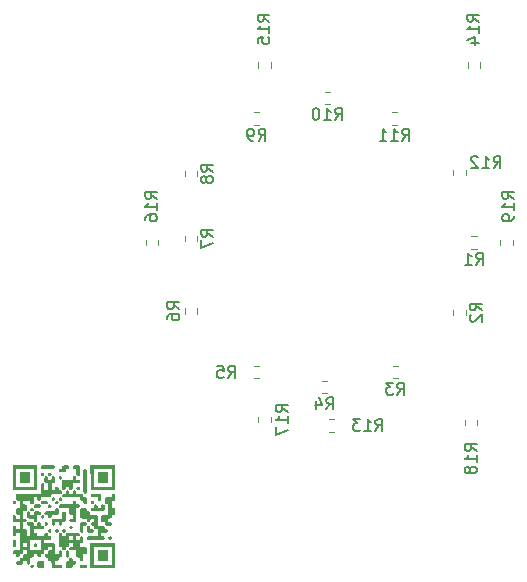
<source format=gbr>
%TF.GenerationSoftware,KiCad,Pcbnew,9.0.4-9.0.4-0~ubuntu24.04.1*%
%TF.CreationDate,2025-09-10T23:10:01+02:00*%
%TF.ProjectId,SMG_OVN_DE96-00994A,534d475f-4f56-44e5-9f44-4539362d3030,1*%
%TF.SameCoordinates,Original*%
%TF.FileFunction,Legend,Bot*%
%TF.FilePolarity,Positive*%
%FSLAX46Y46*%
G04 Gerber Fmt 4.6, Leading zero omitted, Abs format (unit mm)*
G04 Created by KiCad (PCBNEW 9.0.4-9.0.4-0~ubuntu24.04.1) date 2025-09-10 23:10:01*
%MOMM*%
%LPD*%
G01*
G04 APERTURE LIST*
%ADD10C,0.150000*%
%ADD11C,0.120000*%
%ADD12C,0.000000*%
G04 APERTURE END LIST*
D10*
X140149819Y-100552142D02*
X139673628Y-100218809D01*
X140149819Y-99980714D02*
X139149819Y-99980714D01*
X139149819Y-99980714D02*
X139149819Y-100361666D01*
X139149819Y-100361666D02*
X139197438Y-100456904D01*
X139197438Y-100456904D02*
X139245057Y-100504523D01*
X139245057Y-100504523D02*
X139340295Y-100552142D01*
X139340295Y-100552142D02*
X139483152Y-100552142D01*
X139483152Y-100552142D02*
X139578390Y-100504523D01*
X139578390Y-100504523D02*
X139626009Y-100456904D01*
X139626009Y-100456904D02*
X139673628Y-100361666D01*
X139673628Y-100361666D02*
X139673628Y-99980714D01*
X140149819Y-101504523D02*
X140149819Y-100933095D01*
X140149819Y-101218809D02*
X139149819Y-101218809D01*
X139149819Y-101218809D02*
X139292676Y-101123571D01*
X139292676Y-101123571D02*
X139387914Y-101028333D01*
X139387914Y-101028333D02*
X139435533Y-100933095D01*
X139149819Y-102361666D02*
X139149819Y-102171190D01*
X139149819Y-102171190D02*
X139197438Y-102075952D01*
X139197438Y-102075952D02*
X139245057Y-102028333D01*
X139245057Y-102028333D02*
X139387914Y-101933095D01*
X139387914Y-101933095D02*
X139578390Y-101885476D01*
X139578390Y-101885476D02*
X139959342Y-101885476D01*
X139959342Y-101885476D02*
X140054580Y-101933095D01*
X140054580Y-101933095D02*
X140102200Y-101980714D01*
X140102200Y-101980714D02*
X140149819Y-102075952D01*
X140149819Y-102075952D02*
X140149819Y-102266428D01*
X140149819Y-102266428D02*
X140102200Y-102361666D01*
X140102200Y-102361666D02*
X140054580Y-102409285D01*
X140054580Y-102409285D02*
X139959342Y-102456904D01*
X139959342Y-102456904D02*
X139721247Y-102456904D01*
X139721247Y-102456904D02*
X139626009Y-102409285D01*
X139626009Y-102409285D02*
X139578390Y-102361666D01*
X139578390Y-102361666D02*
X139530771Y-102266428D01*
X139530771Y-102266428D02*
X139530771Y-102075952D01*
X139530771Y-102075952D02*
X139578390Y-101980714D01*
X139578390Y-101980714D02*
X139626009Y-101933095D01*
X139626009Y-101933095D02*
X139721247Y-101885476D01*
X160892857Y-95634819D02*
X161226190Y-95158628D01*
X161464285Y-95634819D02*
X161464285Y-94634819D01*
X161464285Y-94634819D02*
X161083333Y-94634819D01*
X161083333Y-94634819D02*
X160988095Y-94682438D01*
X160988095Y-94682438D02*
X160940476Y-94730057D01*
X160940476Y-94730057D02*
X160892857Y-94825295D01*
X160892857Y-94825295D02*
X160892857Y-94968152D01*
X160892857Y-94968152D02*
X160940476Y-95063390D01*
X160940476Y-95063390D02*
X160988095Y-95111009D01*
X160988095Y-95111009D02*
X161083333Y-95158628D01*
X161083333Y-95158628D02*
X161464285Y-95158628D01*
X159940476Y-95634819D02*
X160511904Y-95634819D01*
X160226190Y-95634819D02*
X160226190Y-94634819D01*
X160226190Y-94634819D02*
X160321428Y-94777676D01*
X160321428Y-94777676D02*
X160416666Y-94872914D01*
X160416666Y-94872914D02*
X160511904Y-94920533D01*
X158988095Y-95634819D02*
X159559523Y-95634819D01*
X159273809Y-95634819D02*
X159273809Y-94634819D01*
X159273809Y-94634819D02*
X159369047Y-94777676D01*
X159369047Y-94777676D02*
X159464285Y-94872914D01*
X159464285Y-94872914D02*
X159559523Y-94920533D01*
X158642857Y-120204819D02*
X158976190Y-119728628D01*
X159214285Y-120204819D02*
X159214285Y-119204819D01*
X159214285Y-119204819D02*
X158833333Y-119204819D01*
X158833333Y-119204819D02*
X158738095Y-119252438D01*
X158738095Y-119252438D02*
X158690476Y-119300057D01*
X158690476Y-119300057D02*
X158642857Y-119395295D01*
X158642857Y-119395295D02*
X158642857Y-119538152D01*
X158642857Y-119538152D02*
X158690476Y-119633390D01*
X158690476Y-119633390D02*
X158738095Y-119681009D01*
X158738095Y-119681009D02*
X158833333Y-119728628D01*
X158833333Y-119728628D02*
X159214285Y-119728628D01*
X157690476Y-120204819D02*
X158261904Y-120204819D01*
X157976190Y-120204819D02*
X157976190Y-119204819D01*
X157976190Y-119204819D02*
X158071428Y-119347676D01*
X158071428Y-119347676D02*
X158166666Y-119442914D01*
X158166666Y-119442914D02*
X158261904Y-119490533D01*
X157357142Y-119204819D02*
X156738095Y-119204819D01*
X156738095Y-119204819D02*
X157071428Y-119585771D01*
X157071428Y-119585771D02*
X156928571Y-119585771D01*
X156928571Y-119585771D02*
X156833333Y-119633390D01*
X156833333Y-119633390D02*
X156785714Y-119681009D01*
X156785714Y-119681009D02*
X156738095Y-119776247D01*
X156738095Y-119776247D02*
X156738095Y-120014342D01*
X156738095Y-120014342D02*
X156785714Y-120109580D01*
X156785714Y-120109580D02*
X156833333Y-120157200D01*
X156833333Y-120157200D02*
X156928571Y-120204819D01*
X156928571Y-120204819D02*
X157214285Y-120204819D01*
X157214285Y-120204819D02*
X157309523Y-120157200D01*
X157309523Y-120157200D02*
X157357142Y-120109580D01*
X167634819Y-110008333D02*
X167158628Y-109675000D01*
X167634819Y-109436905D02*
X166634819Y-109436905D01*
X166634819Y-109436905D02*
X166634819Y-109817857D01*
X166634819Y-109817857D02*
X166682438Y-109913095D01*
X166682438Y-109913095D02*
X166730057Y-109960714D01*
X166730057Y-109960714D02*
X166825295Y-110008333D01*
X166825295Y-110008333D02*
X166968152Y-110008333D01*
X166968152Y-110008333D02*
X167063390Y-109960714D01*
X167063390Y-109960714D02*
X167111009Y-109913095D01*
X167111009Y-109913095D02*
X167158628Y-109817857D01*
X167158628Y-109817857D02*
X167158628Y-109436905D01*
X166730057Y-110389286D02*
X166682438Y-110436905D01*
X166682438Y-110436905D02*
X166634819Y-110532143D01*
X166634819Y-110532143D02*
X166634819Y-110770238D01*
X166634819Y-110770238D02*
X166682438Y-110865476D01*
X166682438Y-110865476D02*
X166730057Y-110913095D01*
X166730057Y-110913095D02*
X166825295Y-110960714D01*
X166825295Y-110960714D02*
X166920533Y-110960714D01*
X166920533Y-110960714D02*
X167063390Y-110913095D01*
X167063390Y-110913095D02*
X167634819Y-110341667D01*
X167634819Y-110341667D02*
X167634819Y-110960714D01*
X160491666Y-117134819D02*
X160824999Y-116658628D01*
X161063094Y-117134819D02*
X161063094Y-116134819D01*
X161063094Y-116134819D02*
X160682142Y-116134819D01*
X160682142Y-116134819D02*
X160586904Y-116182438D01*
X160586904Y-116182438D02*
X160539285Y-116230057D01*
X160539285Y-116230057D02*
X160491666Y-116325295D01*
X160491666Y-116325295D02*
X160491666Y-116468152D01*
X160491666Y-116468152D02*
X160539285Y-116563390D01*
X160539285Y-116563390D02*
X160586904Y-116611009D01*
X160586904Y-116611009D02*
X160682142Y-116658628D01*
X160682142Y-116658628D02*
X161063094Y-116658628D01*
X160158332Y-116134819D02*
X159539285Y-116134819D01*
X159539285Y-116134819D02*
X159872618Y-116515771D01*
X159872618Y-116515771D02*
X159729761Y-116515771D01*
X159729761Y-116515771D02*
X159634523Y-116563390D01*
X159634523Y-116563390D02*
X159586904Y-116611009D01*
X159586904Y-116611009D02*
X159539285Y-116706247D01*
X159539285Y-116706247D02*
X159539285Y-116944342D01*
X159539285Y-116944342D02*
X159586904Y-117039580D01*
X159586904Y-117039580D02*
X159634523Y-117087200D01*
X159634523Y-117087200D02*
X159729761Y-117134819D01*
X159729761Y-117134819D02*
X160015475Y-117134819D01*
X160015475Y-117134819D02*
X160110713Y-117087200D01*
X160110713Y-117087200D02*
X160158332Y-117039580D01*
X144884819Y-98258333D02*
X144408628Y-97925000D01*
X144884819Y-97686905D02*
X143884819Y-97686905D01*
X143884819Y-97686905D02*
X143884819Y-98067857D01*
X143884819Y-98067857D02*
X143932438Y-98163095D01*
X143932438Y-98163095D02*
X143980057Y-98210714D01*
X143980057Y-98210714D02*
X144075295Y-98258333D01*
X144075295Y-98258333D02*
X144218152Y-98258333D01*
X144218152Y-98258333D02*
X144313390Y-98210714D01*
X144313390Y-98210714D02*
X144361009Y-98163095D01*
X144361009Y-98163095D02*
X144408628Y-98067857D01*
X144408628Y-98067857D02*
X144408628Y-97686905D01*
X144313390Y-98829762D02*
X144265771Y-98734524D01*
X144265771Y-98734524D02*
X144218152Y-98686905D01*
X144218152Y-98686905D02*
X144122914Y-98639286D01*
X144122914Y-98639286D02*
X144075295Y-98639286D01*
X144075295Y-98639286D02*
X143980057Y-98686905D01*
X143980057Y-98686905D02*
X143932438Y-98734524D01*
X143932438Y-98734524D02*
X143884819Y-98829762D01*
X143884819Y-98829762D02*
X143884819Y-99020238D01*
X143884819Y-99020238D02*
X143932438Y-99115476D01*
X143932438Y-99115476D02*
X143980057Y-99163095D01*
X143980057Y-99163095D02*
X144075295Y-99210714D01*
X144075295Y-99210714D02*
X144122914Y-99210714D01*
X144122914Y-99210714D02*
X144218152Y-99163095D01*
X144218152Y-99163095D02*
X144265771Y-99115476D01*
X144265771Y-99115476D02*
X144313390Y-99020238D01*
X144313390Y-99020238D02*
X144313390Y-98829762D01*
X144313390Y-98829762D02*
X144361009Y-98734524D01*
X144361009Y-98734524D02*
X144408628Y-98686905D01*
X144408628Y-98686905D02*
X144503866Y-98639286D01*
X144503866Y-98639286D02*
X144694342Y-98639286D01*
X144694342Y-98639286D02*
X144789580Y-98686905D01*
X144789580Y-98686905D02*
X144837200Y-98734524D01*
X144837200Y-98734524D02*
X144884819Y-98829762D01*
X144884819Y-98829762D02*
X144884819Y-99020238D01*
X144884819Y-99020238D02*
X144837200Y-99115476D01*
X144837200Y-99115476D02*
X144789580Y-99163095D01*
X144789580Y-99163095D02*
X144694342Y-99210714D01*
X144694342Y-99210714D02*
X144503866Y-99210714D01*
X144503866Y-99210714D02*
X144408628Y-99163095D01*
X144408628Y-99163095D02*
X144361009Y-99115476D01*
X144361009Y-99115476D02*
X144313390Y-99020238D01*
X154491666Y-118384819D02*
X154824999Y-117908628D01*
X155063094Y-118384819D02*
X155063094Y-117384819D01*
X155063094Y-117384819D02*
X154682142Y-117384819D01*
X154682142Y-117384819D02*
X154586904Y-117432438D01*
X154586904Y-117432438D02*
X154539285Y-117480057D01*
X154539285Y-117480057D02*
X154491666Y-117575295D01*
X154491666Y-117575295D02*
X154491666Y-117718152D01*
X154491666Y-117718152D02*
X154539285Y-117813390D01*
X154539285Y-117813390D02*
X154586904Y-117861009D01*
X154586904Y-117861009D02*
X154682142Y-117908628D01*
X154682142Y-117908628D02*
X155063094Y-117908628D01*
X153634523Y-117718152D02*
X153634523Y-118384819D01*
X153872618Y-117337200D02*
X154110713Y-118051485D01*
X154110713Y-118051485D02*
X153491666Y-118051485D01*
X167204819Y-121912142D02*
X166728628Y-121578809D01*
X167204819Y-121340714D02*
X166204819Y-121340714D01*
X166204819Y-121340714D02*
X166204819Y-121721666D01*
X166204819Y-121721666D02*
X166252438Y-121816904D01*
X166252438Y-121816904D02*
X166300057Y-121864523D01*
X166300057Y-121864523D02*
X166395295Y-121912142D01*
X166395295Y-121912142D02*
X166538152Y-121912142D01*
X166538152Y-121912142D02*
X166633390Y-121864523D01*
X166633390Y-121864523D02*
X166681009Y-121816904D01*
X166681009Y-121816904D02*
X166728628Y-121721666D01*
X166728628Y-121721666D02*
X166728628Y-121340714D01*
X167204819Y-122864523D02*
X167204819Y-122293095D01*
X167204819Y-122578809D02*
X166204819Y-122578809D01*
X166204819Y-122578809D02*
X166347676Y-122483571D01*
X166347676Y-122483571D02*
X166442914Y-122388333D01*
X166442914Y-122388333D02*
X166490533Y-122293095D01*
X166633390Y-123435952D02*
X166585771Y-123340714D01*
X166585771Y-123340714D02*
X166538152Y-123293095D01*
X166538152Y-123293095D02*
X166442914Y-123245476D01*
X166442914Y-123245476D02*
X166395295Y-123245476D01*
X166395295Y-123245476D02*
X166300057Y-123293095D01*
X166300057Y-123293095D02*
X166252438Y-123340714D01*
X166252438Y-123340714D02*
X166204819Y-123435952D01*
X166204819Y-123435952D02*
X166204819Y-123626428D01*
X166204819Y-123626428D02*
X166252438Y-123721666D01*
X166252438Y-123721666D02*
X166300057Y-123769285D01*
X166300057Y-123769285D02*
X166395295Y-123816904D01*
X166395295Y-123816904D02*
X166442914Y-123816904D01*
X166442914Y-123816904D02*
X166538152Y-123769285D01*
X166538152Y-123769285D02*
X166585771Y-123721666D01*
X166585771Y-123721666D02*
X166633390Y-123626428D01*
X166633390Y-123626428D02*
X166633390Y-123435952D01*
X166633390Y-123435952D02*
X166681009Y-123340714D01*
X166681009Y-123340714D02*
X166728628Y-123293095D01*
X166728628Y-123293095D02*
X166823866Y-123245476D01*
X166823866Y-123245476D02*
X167014342Y-123245476D01*
X167014342Y-123245476D02*
X167109580Y-123293095D01*
X167109580Y-123293095D02*
X167157200Y-123340714D01*
X167157200Y-123340714D02*
X167204819Y-123435952D01*
X167204819Y-123435952D02*
X167204819Y-123626428D01*
X167204819Y-123626428D02*
X167157200Y-123721666D01*
X167157200Y-123721666D02*
X167109580Y-123769285D01*
X167109580Y-123769285D02*
X167014342Y-123816904D01*
X167014342Y-123816904D02*
X166823866Y-123816904D01*
X166823866Y-123816904D02*
X166728628Y-123769285D01*
X166728628Y-123769285D02*
X166681009Y-123721666D01*
X166681009Y-123721666D02*
X166633390Y-123626428D01*
X155217857Y-93884819D02*
X155551190Y-93408628D01*
X155789285Y-93884819D02*
X155789285Y-92884819D01*
X155789285Y-92884819D02*
X155408333Y-92884819D01*
X155408333Y-92884819D02*
X155313095Y-92932438D01*
X155313095Y-92932438D02*
X155265476Y-92980057D01*
X155265476Y-92980057D02*
X155217857Y-93075295D01*
X155217857Y-93075295D02*
X155217857Y-93218152D01*
X155217857Y-93218152D02*
X155265476Y-93313390D01*
X155265476Y-93313390D02*
X155313095Y-93361009D01*
X155313095Y-93361009D02*
X155408333Y-93408628D01*
X155408333Y-93408628D02*
X155789285Y-93408628D01*
X154265476Y-93884819D02*
X154836904Y-93884819D01*
X154551190Y-93884819D02*
X154551190Y-92884819D01*
X154551190Y-92884819D02*
X154646428Y-93027676D01*
X154646428Y-93027676D02*
X154741666Y-93122914D01*
X154741666Y-93122914D02*
X154836904Y-93170533D01*
X153646428Y-92884819D02*
X153551190Y-92884819D01*
X153551190Y-92884819D02*
X153455952Y-92932438D01*
X153455952Y-92932438D02*
X153408333Y-92980057D01*
X153408333Y-92980057D02*
X153360714Y-93075295D01*
X153360714Y-93075295D02*
X153313095Y-93265771D01*
X153313095Y-93265771D02*
X153313095Y-93503866D01*
X153313095Y-93503866D02*
X153360714Y-93694342D01*
X153360714Y-93694342D02*
X153408333Y-93789580D01*
X153408333Y-93789580D02*
X153455952Y-93837200D01*
X153455952Y-93837200D02*
X153551190Y-93884819D01*
X153551190Y-93884819D02*
X153646428Y-93884819D01*
X153646428Y-93884819D02*
X153741666Y-93837200D01*
X153741666Y-93837200D02*
X153789285Y-93789580D01*
X153789285Y-93789580D02*
X153836904Y-93694342D01*
X153836904Y-93694342D02*
X153884523Y-93503866D01*
X153884523Y-93503866D02*
X153884523Y-93265771D01*
X153884523Y-93265771D02*
X153836904Y-93075295D01*
X153836904Y-93075295D02*
X153789285Y-92980057D01*
X153789285Y-92980057D02*
X153741666Y-92932438D01*
X153741666Y-92932438D02*
X153646428Y-92884819D01*
X144884819Y-103758333D02*
X144408628Y-103425000D01*
X144884819Y-103186905D02*
X143884819Y-103186905D01*
X143884819Y-103186905D02*
X143884819Y-103567857D01*
X143884819Y-103567857D02*
X143932438Y-103663095D01*
X143932438Y-103663095D02*
X143980057Y-103710714D01*
X143980057Y-103710714D02*
X144075295Y-103758333D01*
X144075295Y-103758333D02*
X144218152Y-103758333D01*
X144218152Y-103758333D02*
X144313390Y-103710714D01*
X144313390Y-103710714D02*
X144361009Y-103663095D01*
X144361009Y-103663095D02*
X144408628Y-103567857D01*
X144408628Y-103567857D02*
X144408628Y-103186905D01*
X143884819Y-104091667D02*
X143884819Y-104758333D01*
X143884819Y-104758333D02*
X144884819Y-104329762D01*
X149659819Y-85552142D02*
X149183628Y-85218809D01*
X149659819Y-84980714D02*
X148659819Y-84980714D01*
X148659819Y-84980714D02*
X148659819Y-85361666D01*
X148659819Y-85361666D02*
X148707438Y-85456904D01*
X148707438Y-85456904D02*
X148755057Y-85504523D01*
X148755057Y-85504523D02*
X148850295Y-85552142D01*
X148850295Y-85552142D02*
X148993152Y-85552142D01*
X148993152Y-85552142D02*
X149088390Y-85504523D01*
X149088390Y-85504523D02*
X149136009Y-85456904D01*
X149136009Y-85456904D02*
X149183628Y-85361666D01*
X149183628Y-85361666D02*
X149183628Y-84980714D01*
X149659819Y-86504523D02*
X149659819Y-85933095D01*
X149659819Y-86218809D02*
X148659819Y-86218809D01*
X148659819Y-86218809D02*
X148802676Y-86123571D01*
X148802676Y-86123571D02*
X148897914Y-86028333D01*
X148897914Y-86028333D02*
X148945533Y-85933095D01*
X148659819Y-87409285D02*
X148659819Y-86933095D01*
X148659819Y-86933095D02*
X149136009Y-86885476D01*
X149136009Y-86885476D02*
X149088390Y-86933095D01*
X149088390Y-86933095D02*
X149040771Y-87028333D01*
X149040771Y-87028333D02*
X149040771Y-87266428D01*
X149040771Y-87266428D02*
X149088390Y-87361666D01*
X149088390Y-87361666D02*
X149136009Y-87409285D01*
X149136009Y-87409285D02*
X149231247Y-87456904D01*
X149231247Y-87456904D02*
X149469342Y-87456904D01*
X149469342Y-87456904D02*
X149564580Y-87409285D01*
X149564580Y-87409285D02*
X149612200Y-87361666D01*
X149612200Y-87361666D02*
X149659819Y-87266428D01*
X149659819Y-87266428D02*
X149659819Y-87028333D01*
X149659819Y-87028333D02*
X149612200Y-86933095D01*
X149612200Y-86933095D02*
X149564580Y-86885476D01*
X146166666Y-115704819D02*
X146499999Y-115228628D01*
X146738094Y-115704819D02*
X146738094Y-114704819D01*
X146738094Y-114704819D02*
X146357142Y-114704819D01*
X146357142Y-114704819D02*
X146261904Y-114752438D01*
X146261904Y-114752438D02*
X146214285Y-114800057D01*
X146214285Y-114800057D02*
X146166666Y-114895295D01*
X146166666Y-114895295D02*
X146166666Y-115038152D01*
X146166666Y-115038152D02*
X146214285Y-115133390D01*
X146214285Y-115133390D02*
X146261904Y-115181009D01*
X146261904Y-115181009D02*
X146357142Y-115228628D01*
X146357142Y-115228628D02*
X146738094Y-115228628D01*
X145261904Y-114704819D02*
X145738094Y-114704819D01*
X145738094Y-114704819D02*
X145785713Y-115181009D01*
X145785713Y-115181009D02*
X145738094Y-115133390D01*
X145738094Y-115133390D02*
X145642856Y-115085771D01*
X145642856Y-115085771D02*
X145404761Y-115085771D01*
X145404761Y-115085771D02*
X145309523Y-115133390D01*
X145309523Y-115133390D02*
X145261904Y-115181009D01*
X145261904Y-115181009D02*
X145214285Y-115276247D01*
X145214285Y-115276247D02*
X145214285Y-115514342D01*
X145214285Y-115514342D02*
X145261904Y-115609580D01*
X145261904Y-115609580D02*
X145309523Y-115657200D01*
X145309523Y-115657200D02*
X145404761Y-115704819D01*
X145404761Y-115704819D02*
X145642856Y-115704819D01*
X145642856Y-115704819D02*
X145738094Y-115657200D01*
X145738094Y-115657200D02*
X145785713Y-115609580D01*
X167419819Y-85552142D02*
X166943628Y-85218809D01*
X167419819Y-84980714D02*
X166419819Y-84980714D01*
X166419819Y-84980714D02*
X166419819Y-85361666D01*
X166419819Y-85361666D02*
X166467438Y-85456904D01*
X166467438Y-85456904D02*
X166515057Y-85504523D01*
X166515057Y-85504523D02*
X166610295Y-85552142D01*
X166610295Y-85552142D02*
X166753152Y-85552142D01*
X166753152Y-85552142D02*
X166848390Y-85504523D01*
X166848390Y-85504523D02*
X166896009Y-85456904D01*
X166896009Y-85456904D02*
X166943628Y-85361666D01*
X166943628Y-85361666D02*
X166943628Y-84980714D01*
X167419819Y-86504523D02*
X167419819Y-85933095D01*
X167419819Y-86218809D02*
X166419819Y-86218809D01*
X166419819Y-86218809D02*
X166562676Y-86123571D01*
X166562676Y-86123571D02*
X166657914Y-86028333D01*
X166657914Y-86028333D02*
X166705533Y-85933095D01*
X166753152Y-87361666D02*
X167419819Y-87361666D01*
X166372200Y-87123571D02*
X167086485Y-86885476D01*
X167086485Y-86885476D02*
X167086485Y-87504523D01*
X148741666Y-95634819D02*
X149074999Y-95158628D01*
X149313094Y-95634819D02*
X149313094Y-94634819D01*
X149313094Y-94634819D02*
X148932142Y-94634819D01*
X148932142Y-94634819D02*
X148836904Y-94682438D01*
X148836904Y-94682438D02*
X148789285Y-94730057D01*
X148789285Y-94730057D02*
X148741666Y-94825295D01*
X148741666Y-94825295D02*
X148741666Y-94968152D01*
X148741666Y-94968152D02*
X148789285Y-95063390D01*
X148789285Y-95063390D02*
X148836904Y-95111009D01*
X148836904Y-95111009D02*
X148932142Y-95158628D01*
X148932142Y-95158628D02*
X149313094Y-95158628D01*
X148265475Y-95634819D02*
X148074999Y-95634819D01*
X148074999Y-95634819D02*
X147979761Y-95587200D01*
X147979761Y-95587200D02*
X147932142Y-95539580D01*
X147932142Y-95539580D02*
X147836904Y-95396723D01*
X147836904Y-95396723D02*
X147789285Y-95206247D01*
X147789285Y-95206247D02*
X147789285Y-94825295D01*
X147789285Y-94825295D02*
X147836904Y-94730057D01*
X147836904Y-94730057D02*
X147884523Y-94682438D01*
X147884523Y-94682438D02*
X147979761Y-94634819D01*
X147979761Y-94634819D02*
X148170237Y-94634819D01*
X148170237Y-94634819D02*
X148265475Y-94682438D01*
X148265475Y-94682438D02*
X148313094Y-94730057D01*
X148313094Y-94730057D02*
X148360713Y-94825295D01*
X148360713Y-94825295D02*
X148360713Y-95063390D01*
X148360713Y-95063390D02*
X148313094Y-95158628D01*
X148313094Y-95158628D02*
X148265475Y-95206247D01*
X148265475Y-95206247D02*
X148170237Y-95253866D01*
X148170237Y-95253866D02*
X147979761Y-95253866D01*
X147979761Y-95253866D02*
X147884523Y-95206247D01*
X147884523Y-95206247D02*
X147836904Y-95158628D01*
X147836904Y-95158628D02*
X147789285Y-95063390D01*
X170369819Y-100552142D02*
X169893628Y-100218809D01*
X170369819Y-99980714D02*
X169369819Y-99980714D01*
X169369819Y-99980714D02*
X169369819Y-100361666D01*
X169369819Y-100361666D02*
X169417438Y-100456904D01*
X169417438Y-100456904D02*
X169465057Y-100504523D01*
X169465057Y-100504523D02*
X169560295Y-100552142D01*
X169560295Y-100552142D02*
X169703152Y-100552142D01*
X169703152Y-100552142D02*
X169798390Y-100504523D01*
X169798390Y-100504523D02*
X169846009Y-100456904D01*
X169846009Y-100456904D02*
X169893628Y-100361666D01*
X169893628Y-100361666D02*
X169893628Y-99980714D01*
X170369819Y-101504523D02*
X170369819Y-100933095D01*
X170369819Y-101218809D02*
X169369819Y-101218809D01*
X169369819Y-101218809D02*
X169512676Y-101123571D01*
X169512676Y-101123571D02*
X169607914Y-101028333D01*
X169607914Y-101028333D02*
X169655533Y-100933095D01*
X170369819Y-101980714D02*
X170369819Y-102171190D01*
X170369819Y-102171190D02*
X170322200Y-102266428D01*
X170322200Y-102266428D02*
X170274580Y-102314047D01*
X170274580Y-102314047D02*
X170131723Y-102409285D01*
X170131723Y-102409285D02*
X169941247Y-102456904D01*
X169941247Y-102456904D02*
X169560295Y-102456904D01*
X169560295Y-102456904D02*
X169465057Y-102409285D01*
X169465057Y-102409285D02*
X169417438Y-102361666D01*
X169417438Y-102361666D02*
X169369819Y-102266428D01*
X169369819Y-102266428D02*
X169369819Y-102075952D01*
X169369819Y-102075952D02*
X169417438Y-101980714D01*
X169417438Y-101980714D02*
X169465057Y-101933095D01*
X169465057Y-101933095D02*
X169560295Y-101885476D01*
X169560295Y-101885476D02*
X169798390Y-101885476D01*
X169798390Y-101885476D02*
X169893628Y-101933095D01*
X169893628Y-101933095D02*
X169941247Y-101980714D01*
X169941247Y-101980714D02*
X169988866Y-102075952D01*
X169988866Y-102075952D02*
X169988866Y-102266428D01*
X169988866Y-102266428D02*
X169941247Y-102361666D01*
X169941247Y-102361666D02*
X169893628Y-102409285D01*
X169893628Y-102409285D02*
X169798390Y-102456904D01*
X142024819Y-109908333D02*
X141548628Y-109575000D01*
X142024819Y-109336905D02*
X141024819Y-109336905D01*
X141024819Y-109336905D02*
X141024819Y-109717857D01*
X141024819Y-109717857D02*
X141072438Y-109813095D01*
X141072438Y-109813095D02*
X141120057Y-109860714D01*
X141120057Y-109860714D02*
X141215295Y-109908333D01*
X141215295Y-109908333D02*
X141358152Y-109908333D01*
X141358152Y-109908333D02*
X141453390Y-109860714D01*
X141453390Y-109860714D02*
X141501009Y-109813095D01*
X141501009Y-109813095D02*
X141548628Y-109717857D01*
X141548628Y-109717857D02*
X141548628Y-109336905D01*
X141024819Y-110765476D02*
X141024819Y-110575000D01*
X141024819Y-110575000D02*
X141072438Y-110479762D01*
X141072438Y-110479762D02*
X141120057Y-110432143D01*
X141120057Y-110432143D02*
X141262914Y-110336905D01*
X141262914Y-110336905D02*
X141453390Y-110289286D01*
X141453390Y-110289286D02*
X141834342Y-110289286D01*
X141834342Y-110289286D02*
X141929580Y-110336905D01*
X141929580Y-110336905D02*
X141977200Y-110384524D01*
X141977200Y-110384524D02*
X142024819Y-110479762D01*
X142024819Y-110479762D02*
X142024819Y-110670238D01*
X142024819Y-110670238D02*
X141977200Y-110765476D01*
X141977200Y-110765476D02*
X141929580Y-110813095D01*
X141929580Y-110813095D02*
X141834342Y-110860714D01*
X141834342Y-110860714D02*
X141596247Y-110860714D01*
X141596247Y-110860714D02*
X141501009Y-110813095D01*
X141501009Y-110813095D02*
X141453390Y-110765476D01*
X141453390Y-110765476D02*
X141405771Y-110670238D01*
X141405771Y-110670238D02*
X141405771Y-110479762D01*
X141405771Y-110479762D02*
X141453390Y-110384524D01*
X141453390Y-110384524D02*
X141501009Y-110336905D01*
X141501009Y-110336905D02*
X141596247Y-110289286D01*
X151204819Y-118607142D02*
X150728628Y-118273809D01*
X151204819Y-118035714D02*
X150204819Y-118035714D01*
X150204819Y-118035714D02*
X150204819Y-118416666D01*
X150204819Y-118416666D02*
X150252438Y-118511904D01*
X150252438Y-118511904D02*
X150300057Y-118559523D01*
X150300057Y-118559523D02*
X150395295Y-118607142D01*
X150395295Y-118607142D02*
X150538152Y-118607142D01*
X150538152Y-118607142D02*
X150633390Y-118559523D01*
X150633390Y-118559523D02*
X150681009Y-118511904D01*
X150681009Y-118511904D02*
X150728628Y-118416666D01*
X150728628Y-118416666D02*
X150728628Y-118035714D01*
X151204819Y-119559523D02*
X151204819Y-118988095D01*
X151204819Y-119273809D02*
X150204819Y-119273809D01*
X150204819Y-119273809D02*
X150347676Y-119178571D01*
X150347676Y-119178571D02*
X150442914Y-119083333D01*
X150442914Y-119083333D02*
X150490533Y-118988095D01*
X150204819Y-119892857D02*
X150204819Y-120559523D01*
X150204819Y-120559523D02*
X151204819Y-120130952D01*
X168642857Y-97954819D02*
X168976190Y-97478628D01*
X169214285Y-97954819D02*
X169214285Y-96954819D01*
X169214285Y-96954819D02*
X168833333Y-96954819D01*
X168833333Y-96954819D02*
X168738095Y-97002438D01*
X168738095Y-97002438D02*
X168690476Y-97050057D01*
X168690476Y-97050057D02*
X168642857Y-97145295D01*
X168642857Y-97145295D02*
X168642857Y-97288152D01*
X168642857Y-97288152D02*
X168690476Y-97383390D01*
X168690476Y-97383390D02*
X168738095Y-97431009D01*
X168738095Y-97431009D02*
X168833333Y-97478628D01*
X168833333Y-97478628D02*
X169214285Y-97478628D01*
X167690476Y-97954819D02*
X168261904Y-97954819D01*
X167976190Y-97954819D02*
X167976190Y-96954819D01*
X167976190Y-96954819D02*
X168071428Y-97097676D01*
X168071428Y-97097676D02*
X168166666Y-97192914D01*
X168166666Y-97192914D02*
X168261904Y-97240533D01*
X167309523Y-97050057D02*
X167261904Y-97002438D01*
X167261904Y-97002438D02*
X167166666Y-96954819D01*
X167166666Y-96954819D02*
X166928571Y-96954819D01*
X166928571Y-96954819D02*
X166833333Y-97002438D01*
X166833333Y-97002438D02*
X166785714Y-97050057D01*
X166785714Y-97050057D02*
X166738095Y-97145295D01*
X166738095Y-97145295D02*
X166738095Y-97240533D01*
X166738095Y-97240533D02*
X166785714Y-97383390D01*
X166785714Y-97383390D02*
X167357142Y-97954819D01*
X167357142Y-97954819D02*
X166738095Y-97954819D01*
X167166666Y-106134819D02*
X167499999Y-105658628D01*
X167738094Y-106134819D02*
X167738094Y-105134819D01*
X167738094Y-105134819D02*
X167357142Y-105134819D01*
X167357142Y-105134819D02*
X167261904Y-105182438D01*
X167261904Y-105182438D02*
X167214285Y-105230057D01*
X167214285Y-105230057D02*
X167166666Y-105325295D01*
X167166666Y-105325295D02*
X167166666Y-105468152D01*
X167166666Y-105468152D02*
X167214285Y-105563390D01*
X167214285Y-105563390D02*
X167261904Y-105611009D01*
X167261904Y-105611009D02*
X167357142Y-105658628D01*
X167357142Y-105658628D02*
X167738094Y-105658628D01*
X166214285Y-106134819D02*
X166785713Y-106134819D01*
X166499999Y-106134819D02*
X166499999Y-105134819D01*
X166499999Y-105134819D02*
X166595237Y-105277676D01*
X166595237Y-105277676D02*
X166690475Y-105372914D01*
X166690475Y-105372914D02*
X166785713Y-105420533D01*
D11*
%TO.C,R16*%
X140272500Y-104012742D02*
X140272500Y-104487258D01*
X139227500Y-104012742D02*
X139227500Y-104487258D01*
%TO.C,R11*%
X160012742Y-94272500D02*
X160487258Y-94272500D01*
X160012742Y-93227500D02*
X160487258Y-93227500D01*
%TO.C,R13*%
X155162258Y-120272500D02*
X154687742Y-120272500D01*
X155162258Y-119227500D02*
X154687742Y-119227500D01*
%TO.C,R2*%
X166272500Y-110412258D02*
X166272500Y-109937742D01*
X165227500Y-110412258D02*
X165227500Y-109937742D01*
%TO.C,R3*%
X160087742Y-115772500D02*
X160562258Y-115772500D01*
X160087742Y-114727500D02*
X160562258Y-114727500D01*
%TO.C,R8*%
X143522500Y-98662258D02*
X143522500Y-98187742D01*
X142477500Y-98662258D02*
X142477500Y-98187742D01*
%TO.C,R4*%
X154087742Y-117022500D02*
X154562258Y-117022500D01*
X154087742Y-115977500D02*
X154562258Y-115977500D01*
%TO.C,R18*%
X167272500Y-119737258D02*
X167272500Y-119262742D01*
X166227500Y-119737258D02*
X166227500Y-119262742D01*
%TO.C,R10*%
X154337742Y-92522500D02*
X154812258Y-92522500D01*
X154337742Y-91477500D02*
X154812258Y-91477500D01*
%TO.C,R7*%
X143522500Y-104162258D02*
X143522500Y-103687742D01*
X142477500Y-104162258D02*
X142477500Y-103687742D01*
%TO.C,R15*%
X149772500Y-89012742D02*
X149772500Y-89487258D01*
X148727500Y-89012742D02*
X148727500Y-89487258D01*
%TO.C,R5*%
X148337742Y-115772500D02*
X148812258Y-115772500D01*
X148337742Y-114727500D02*
X148812258Y-114727500D01*
%TO.C,R14*%
X167522500Y-89012742D02*
X167522500Y-89487258D01*
X166477500Y-89012742D02*
X166477500Y-89487258D01*
%TO.C,R9*%
X148337742Y-94272500D02*
X148812258Y-94272500D01*
X148337742Y-93227500D02*
X148812258Y-93227500D01*
%TO.C,R19*%
X170272500Y-104012742D02*
X170272500Y-104487258D01*
X169227500Y-104012742D02*
X169227500Y-104487258D01*
%TO.C,R6*%
X143522500Y-109837742D02*
X143522500Y-110312258D01*
X142477500Y-109837742D02*
X142477500Y-110312258D01*
%TO.C,R17*%
X149772500Y-119012742D02*
X149772500Y-119487258D01*
X148727500Y-119012742D02*
X148727500Y-119487258D01*
%TO.C,R12*%
X166272500Y-98087742D02*
X166272500Y-98562258D01*
X165227500Y-98087742D02*
X165227500Y-98562258D01*
%TO.C,R1*%
X166762742Y-104772500D02*
X167237258Y-104772500D01*
X166762742Y-103727500D02*
X167237258Y-103727500D01*
D12*
%TO.C,G\u002A\u002A\u002A*%
G36*
X129417468Y-124183984D02*
G01*
X129417468Y-124633282D01*
X128965728Y-124633282D01*
X128513988Y-124633282D01*
X128513988Y-124183984D01*
X128513988Y-123734686D01*
X128965728Y-123734686D01*
X129417468Y-123734686D01*
X129417468Y-124183984D01*
G37*
G36*
X136015314Y-124183984D02*
G01*
X136015314Y-124633282D01*
X135566016Y-124633282D01*
X135116718Y-124633282D01*
X135116718Y-124183984D01*
X135116718Y-123734686D01*
X135566016Y-123734686D01*
X136015314Y-123734686D01*
X136015314Y-124183984D01*
G37*
G36*
X136015314Y-130784272D02*
G01*
X136015314Y-131236012D01*
X135566016Y-131236012D01*
X135116718Y-131236012D01*
X135116718Y-130784272D01*
X135116718Y-130332532D01*
X135566016Y-130332532D01*
X136015314Y-130332532D01*
X136015314Y-130784272D01*
G37*
G36*
X136616007Y-131831821D02*
G01*
X135566016Y-131831821D01*
X134516026Y-131831821D01*
X134516026Y-130784272D01*
X134516026Y-130034628D01*
X134818814Y-130034628D01*
X134818814Y-130784272D01*
X134818814Y-131533916D01*
X135568458Y-131533916D01*
X136318102Y-131533916D01*
X136318102Y-130784272D01*
X136318102Y-130034628D01*
X135568458Y-130034628D01*
X134818814Y-130034628D01*
X134516026Y-130034628D01*
X134516026Y-129736724D01*
X135566016Y-129736724D01*
X136616007Y-129736724D01*
X136616007Y-130784272D01*
X136616007Y-131831821D01*
G37*
G36*
X130013276Y-124183984D02*
G01*
X130013276Y-125233974D01*
X128965728Y-125233974D01*
X127918179Y-125233974D01*
X127918179Y-124183984D01*
X127918179Y-123431898D01*
X128216084Y-123431898D01*
X128216084Y-124181542D01*
X128216084Y-124931186D01*
X128965728Y-124931186D01*
X129715372Y-124931186D01*
X129715372Y-124181542D01*
X129715372Y-123431898D01*
X128965728Y-123431898D01*
X128216084Y-123431898D01*
X127918179Y-123431898D01*
X127918179Y-123133993D01*
X128965728Y-123133993D01*
X130013276Y-123133993D01*
X130013276Y-124181542D01*
X130013276Y-124183984D01*
G37*
G36*
X136616007Y-124183995D02*
G01*
X136616007Y-125233997D01*
X135567237Y-125232764D01*
X134518468Y-125231532D01*
X134517236Y-124182763D01*
X134516353Y-123431898D01*
X134818814Y-123431898D01*
X134818814Y-124181542D01*
X134818814Y-124931186D01*
X135568458Y-124931186D01*
X136318102Y-124931186D01*
X136318102Y-124181542D01*
X136318102Y-123431898D01*
X135568458Y-123431898D01*
X134818814Y-123431898D01*
X134516353Y-123431898D01*
X134516003Y-123133993D01*
X135566005Y-123133993D01*
X136616007Y-123133993D01*
X136616007Y-124181542D01*
X136616007Y-124183995D01*
G37*
G36*
X129888459Y-129736258D02*
G01*
X129924630Y-129746785D01*
X129957247Y-129765206D01*
X129983222Y-129790642D01*
X130002152Y-129822691D01*
X130013633Y-129860950D01*
X130014632Y-129867258D01*
X130014572Y-129901626D01*
X130006019Y-129935114D01*
X129990000Y-129966104D01*
X129967544Y-129992980D01*
X129939680Y-130014125D01*
X129907436Y-130027922D01*
X129877931Y-130033146D01*
X129842782Y-130031519D01*
X129809924Y-130021924D01*
X129780413Y-130005352D01*
X129755306Y-129982792D01*
X129735660Y-129955234D01*
X129722532Y-129923666D01*
X129716978Y-129889078D01*
X129720054Y-129852460D01*
X129724591Y-129835964D01*
X129739940Y-129804619D01*
X129762101Y-129777767D01*
X129789553Y-129756456D01*
X129820776Y-129741736D01*
X129854251Y-129734653D01*
X129888459Y-129736258D01*
G37*
G36*
X131998609Y-124037736D02*
G01*
X132031019Y-124048607D01*
X132046244Y-124057051D01*
X132075607Y-124080696D01*
X132097222Y-124109852D01*
X132110588Y-124143730D01*
X132115207Y-124181542D01*
X132113653Y-124204063D01*
X132103927Y-124240110D01*
X132085943Y-124272060D01*
X132060475Y-124298695D01*
X132028292Y-124318796D01*
X132024523Y-124320448D01*
X131996740Y-124328174D01*
X131965636Y-124330820D01*
X131935060Y-124328326D01*
X131908865Y-124320635D01*
X131885426Y-124307752D01*
X131856632Y-124283434D01*
X131835403Y-124253679D01*
X131822354Y-124219431D01*
X131818103Y-124181634D01*
X131820092Y-124158278D01*
X131830333Y-124122946D01*
X131848447Y-124091613D01*
X131873509Y-124065725D01*
X131904592Y-124046725D01*
X131927972Y-124038843D01*
X131963197Y-124034465D01*
X131998609Y-124037736D01*
G37*
G36*
X130500023Y-123737662D02*
G01*
X130532668Y-123749469D01*
X130562496Y-123769721D01*
X130577506Y-123784149D01*
X130596505Y-123809267D01*
X130607887Y-123836864D01*
X130612934Y-123869481D01*
X130613412Y-123886879D01*
X130612283Y-123909202D01*
X130609388Y-123926348D01*
X130596833Y-123955991D01*
X130575566Y-123984378D01*
X130547856Y-124007374D01*
X130515294Y-124023339D01*
X130482773Y-124030712D01*
X130446571Y-124030295D01*
X130412024Y-124021218D01*
X130380492Y-124004043D01*
X130353340Y-123979333D01*
X130331931Y-123947651D01*
X130328836Y-123941006D01*
X130320767Y-123912574D01*
X130318014Y-123880798D01*
X130320670Y-123849460D01*
X130328830Y-123822344D01*
X130346021Y-123793729D01*
X130370692Y-123768273D01*
X130399898Y-123749607D01*
X130432168Y-123738062D01*
X130466034Y-123733970D01*
X130500023Y-123737662D01*
G37*
G36*
X130793550Y-127937304D02*
G01*
X130826192Y-127947212D01*
X130856150Y-127964460D01*
X130882006Y-127988852D01*
X130902337Y-128020189D01*
X130904933Y-128025972D01*
X130912736Y-128054801D01*
X130914936Y-128086955D01*
X130911528Y-128118664D01*
X130902508Y-128146153D01*
X130894745Y-128159861D01*
X130874119Y-128185926D01*
X130849155Y-128207708D01*
X130822675Y-128222510D01*
X130797070Y-128229458D01*
X130763102Y-128231619D01*
X130729101Y-128227235D01*
X130698830Y-128216489D01*
X130677770Y-128203405D01*
X130652092Y-128178876D01*
X130633367Y-128149613D01*
X130621890Y-128117140D01*
X130617953Y-128082981D01*
X130621851Y-128048659D01*
X130633877Y-128015698D01*
X130654325Y-127985622D01*
X130664558Y-127975043D01*
X130693729Y-127953607D01*
X130725899Y-127940304D01*
X130759646Y-127934936D01*
X130793550Y-127937304D01*
G37*
G36*
X131998052Y-125837867D02*
G01*
X132029471Y-125848376D01*
X132058286Y-125865999D01*
X132083159Y-125890732D01*
X132102750Y-125922573D01*
X132110503Y-125944302D01*
X132115482Y-125977355D01*
X132113663Y-126010552D01*
X132104981Y-126040379D01*
X132095654Y-126057923D01*
X132071764Y-126087879D01*
X132041300Y-126111795D01*
X132005816Y-126128294D01*
X131995432Y-126130614D01*
X131972502Y-126131727D01*
X131946584Y-126129495D01*
X131921436Y-126124334D01*
X131900817Y-126116662D01*
X131890048Y-126110599D01*
X131860874Y-126087514D01*
X131838752Y-126059189D01*
X131824192Y-126027040D01*
X131817700Y-125992483D01*
X131819785Y-125956936D01*
X131830955Y-125921814D01*
X131848722Y-125892170D01*
X131873091Y-125867051D01*
X131901547Y-125849065D01*
X131932751Y-125838208D01*
X131965365Y-125834477D01*
X131998052Y-125837867D01*
G37*
G36*
X134686790Y-126135734D02*
G01*
X134720677Y-126144159D01*
X134752058Y-126160423D01*
X134779307Y-126184512D01*
X134799205Y-126213810D01*
X134811477Y-126247401D01*
X134815534Y-126282929D01*
X134811384Y-126318711D01*
X134799032Y-126353064D01*
X134778487Y-126384305D01*
X134764983Y-126396863D01*
X134743325Y-126411142D01*
X134718957Y-126422956D01*
X134695635Y-126430224D01*
X134670713Y-126432790D01*
X134636520Y-126428530D01*
X134600443Y-126415230D01*
X134585739Y-126407298D01*
X134557013Y-126384548D01*
X134536141Y-126356122D01*
X134523389Y-126322451D01*
X134519024Y-126283965D01*
X134519375Y-126270567D01*
X134524601Y-126237965D01*
X134536925Y-126209453D01*
X134557424Y-126182176D01*
X134558702Y-126180780D01*
X134586353Y-126157672D01*
X134618002Y-126142474D01*
X134652023Y-126135166D01*
X134686790Y-126135734D01*
G37*
G36*
X131088286Y-126436625D02*
G01*
X131118678Y-126443448D01*
X131145354Y-126457184D01*
X131171070Y-126478950D01*
X131187013Y-126496738D01*
X131203128Y-126522854D01*
X131211956Y-126551825D01*
X131214613Y-126586402D01*
X131214595Y-126588586D01*
X131209439Y-126625555D01*
X131195673Y-126658884D01*
X131174078Y-126687523D01*
X131145434Y-126710420D01*
X131110520Y-126726527D01*
X131087597Y-126730998D01*
X131058313Y-126731320D01*
X131028859Y-126727145D01*
X131003511Y-126718782D01*
X130976984Y-126702858D01*
X130951656Y-126678750D01*
X130933334Y-126650435D01*
X130922026Y-126619281D01*
X130917741Y-126586656D01*
X130920487Y-126553929D01*
X130930272Y-126522469D01*
X130947103Y-126493642D01*
X130970989Y-126468817D01*
X131001937Y-126449363D01*
X131019867Y-126441801D01*
X131040172Y-126436747D01*
X131063618Y-126435362D01*
X131088286Y-126436625D01*
G37*
G36*
X131088952Y-128536701D02*
G01*
X131119095Y-128543587D01*
X131145547Y-128557292D01*
X131171070Y-128578930D01*
X131187620Y-128597490D01*
X131203386Y-128623413D01*
X131212028Y-128652272D01*
X131214661Y-128686823D01*
X131211327Y-128717285D01*
X131199261Y-128751108D01*
X131179328Y-128781031D01*
X131152512Y-128805634D01*
X131119799Y-128823497D01*
X131096505Y-128829854D01*
X131064059Y-128832095D01*
X131031282Y-128828265D01*
X131002086Y-128818527D01*
X130980362Y-128805810D01*
X130953901Y-128782157D01*
X130934603Y-128754132D01*
X130922473Y-128723101D01*
X130917519Y-128690430D01*
X130919750Y-128657487D01*
X130929171Y-128625638D01*
X130945791Y-128596250D01*
X130969616Y-128570690D01*
X131000654Y-128550324D01*
X131003812Y-128548764D01*
X131023497Y-128540438D01*
X131041475Y-128536397D01*
X131063177Y-128535339D01*
X131088952Y-128536701D01*
G37*
G36*
X131690248Y-128536955D02*
G01*
X131720757Y-128544888D01*
X131748939Y-128558955D01*
X131773584Y-128578932D01*
X131793479Y-128604596D01*
X131807414Y-128635720D01*
X131814177Y-128672082D01*
X131814371Y-128675028D01*
X131813586Y-128708069D01*
X131806279Y-128737022D01*
X131791568Y-128765528D01*
X131777848Y-128783829D01*
X131750377Y-128807609D01*
X131716056Y-128824502D01*
X131699585Y-128828964D01*
X131667324Y-128831866D01*
X131634150Y-128828707D01*
X131604204Y-128819667D01*
X131588966Y-128811410D01*
X131563520Y-128790844D01*
X131541994Y-128764976D01*
X131527032Y-128736649D01*
X131520432Y-128711712D01*
X131518122Y-128679205D01*
X131521809Y-128647326D01*
X131531358Y-128619719D01*
X131545198Y-128597153D01*
X131569171Y-128571051D01*
X131596874Y-128552204D01*
X131627096Y-128540389D01*
X131658624Y-128535380D01*
X131690248Y-128536955D01*
G37*
G36*
X133511855Y-124940980D02*
G01*
X133542733Y-124955067D01*
X133569879Y-124975672D01*
X133591988Y-125002031D01*
X133607756Y-125033377D01*
X133615877Y-125068946D01*
X133615601Y-125098719D01*
X133607173Y-125132958D01*
X133590983Y-125164509D01*
X133568118Y-125191794D01*
X133539663Y-125213239D01*
X133506705Y-125227267D01*
X133477851Y-125232339D01*
X133442722Y-125230592D01*
X133409679Y-125220749D01*
X133379932Y-125203739D01*
X133354690Y-125180490D01*
X133335162Y-125151928D01*
X133322559Y-125118982D01*
X133318089Y-125082580D01*
X133318194Y-125073778D01*
X133319899Y-125054431D01*
X133324635Y-125037229D01*
X133333616Y-125017049D01*
X133342062Y-125001403D01*
X133358620Y-124979125D01*
X133379471Y-124961734D01*
X133407351Y-124946619D01*
X133409875Y-124945487D01*
X133444121Y-124935425D01*
X133478549Y-124934178D01*
X133511855Y-124940980D01*
G37*
G36*
X136194532Y-129137775D02*
G01*
X136227902Y-129147719D01*
X136258225Y-129165231D01*
X136283825Y-129190218D01*
X136295095Y-129205739D01*
X136307172Y-129229001D01*
X136313535Y-129254208D01*
X136315391Y-129284984D01*
X136315353Y-129288701D01*
X136310102Y-129326401D01*
X136296316Y-129359716D01*
X136274441Y-129388051D01*
X136244927Y-129410810D01*
X136208220Y-129427400D01*
X136190207Y-129431376D01*
X136160318Y-129432112D01*
X136129297Y-129427243D01*
X136100926Y-129417129D01*
X136098586Y-129415958D01*
X136068742Y-129395660D01*
X136045619Y-129369644D01*
X136029462Y-129339416D01*
X136020519Y-129306482D01*
X136019034Y-129272346D01*
X136025255Y-129238514D01*
X136039427Y-129206491D01*
X136061796Y-129177782D01*
X136064059Y-129175568D01*
X136092878Y-129154298D01*
X136125345Y-129140971D01*
X136159788Y-129135495D01*
X136194532Y-129137775D01*
G37*
G36*
X131088952Y-123736047D02*
G01*
X131119095Y-123742934D01*
X131145547Y-123756639D01*
X131171070Y-123778277D01*
X131187013Y-123796065D01*
X131203128Y-123822181D01*
X131211956Y-123851152D01*
X131214613Y-123885729D01*
X131214595Y-123887913D01*
X131209439Y-123924882D01*
X131195673Y-123958211D01*
X131174078Y-123986850D01*
X131145434Y-124009747D01*
X131110520Y-124025855D01*
X131085567Y-124030510D01*
X131056390Y-124030617D01*
X131027425Y-124026454D01*
X131003015Y-124018323D01*
X130980856Y-124005330D01*
X130954327Y-123981583D01*
X130934952Y-123953496D01*
X130922744Y-123922430D01*
X130917714Y-123889746D01*
X130919873Y-123856804D01*
X130929235Y-123824965D01*
X130945812Y-123795589D01*
X130969614Y-123770038D01*
X131000654Y-123749670D01*
X131003812Y-123748110D01*
X131023497Y-123739785D01*
X131041475Y-123735744D01*
X131063177Y-123734686D01*
X131088952Y-123736047D01*
G37*
G36*
X131382350Y-125835955D02*
G01*
X131408704Y-125839704D01*
X131429542Y-125846757D01*
X131441792Y-125853723D01*
X131471054Y-125877171D01*
X131493417Y-125905796D01*
X131508346Y-125938173D01*
X131515307Y-125972874D01*
X131513767Y-126008473D01*
X131503192Y-126043542D01*
X131502323Y-126045437D01*
X131487013Y-126069739D01*
X131465703Y-126092799D01*
X131441298Y-126111903D01*
X131416704Y-126124338D01*
X131387292Y-126130996D01*
X131351221Y-126130889D01*
X131315986Y-126122574D01*
X131283714Y-126106594D01*
X131256533Y-126083490D01*
X131241862Y-126064487D01*
X131225491Y-126031292D01*
X131217740Y-125995678D01*
X131218888Y-125959271D01*
X131229211Y-125923695D01*
X131229646Y-125922709D01*
X131244974Y-125897601D01*
X131266704Y-125873964D01*
X131291941Y-125854472D01*
X131317792Y-125841801D01*
X131328033Y-125839031D01*
X131354215Y-125835675D01*
X131382350Y-125835955D01*
G37*
G36*
X132296897Y-128537891D02*
G01*
X132331937Y-128550219D01*
X132336895Y-128552788D01*
X132368601Y-128574788D01*
X132392307Y-128602315D01*
X132407823Y-128635088D01*
X132414957Y-128672825D01*
X132415370Y-128682326D01*
X132411398Y-128720046D01*
X132398780Y-128754211D01*
X132378209Y-128783760D01*
X132350374Y-128807632D01*
X132315967Y-128824766D01*
X132310453Y-128826581D01*
X132278121Y-128831960D01*
X132244137Y-128830032D01*
X132211030Y-128821408D01*
X132181332Y-128806699D01*
X132157574Y-128786517D01*
X132152495Y-128780531D01*
X132134604Y-128753817D01*
X132123947Y-128725112D01*
X132119186Y-128691094D01*
X132118441Y-128671225D01*
X132119556Y-128655517D01*
X132123347Y-128641113D01*
X132130540Y-128623697D01*
X132143274Y-128600629D01*
X132167783Y-128572170D01*
X132191760Y-128554642D01*
X132225143Y-128540325D01*
X132260743Y-128534667D01*
X132296897Y-128537891D01*
G37*
G36*
X128080757Y-126135854D02*
G01*
X128118024Y-126143790D01*
X128150620Y-126160260D01*
X128178230Y-126185072D01*
X128200539Y-126218035D01*
X128203891Y-126225160D01*
X128211739Y-126253170D01*
X128214280Y-126284641D01*
X128211436Y-126315873D01*
X128203131Y-126343166D01*
X128186352Y-126371422D01*
X128160429Y-126398502D01*
X128128878Y-126418385D01*
X128093038Y-126430013D01*
X128092769Y-126430064D01*
X128057275Y-126431987D01*
X128021802Y-126425189D01*
X127988728Y-126410416D01*
X127960433Y-126388413D01*
X127944115Y-126369909D01*
X127930694Y-126347554D01*
X127922828Y-126322153D01*
X127919192Y-126290568D01*
X127919140Y-126289621D01*
X127918451Y-126268318D01*
X127919506Y-126252839D01*
X127922861Y-126239450D01*
X127929075Y-126224415D01*
X127940994Y-126202130D01*
X127964417Y-126172816D01*
X127992901Y-126151835D01*
X128026356Y-126139248D01*
X128064690Y-126135113D01*
X128080757Y-126135854D01*
G37*
G36*
X129605014Y-126739099D02*
G01*
X129635418Y-126751132D01*
X129662530Y-126769371D01*
X129685156Y-126793195D01*
X129702103Y-126821985D01*
X129712177Y-126855121D01*
X129714184Y-126891982D01*
X129710972Y-126916303D01*
X129699009Y-126951631D01*
X129678901Y-126981695D01*
X129650900Y-127006157D01*
X129615257Y-127024680D01*
X129606034Y-127027354D01*
X129584311Y-127030123D01*
X129559123Y-127030353D01*
X129534281Y-127028093D01*
X129513598Y-127023392D01*
X129495856Y-127015382D01*
X129469687Y-126996459D01*
X129446908Y-126971514D01*
X129429868Y-126942809D01*
X129422973Y-126926223D01*
X129419011Y-126911749D01*
X129417747Y-126896182D01*
X129418455Y-126875225D01*
X129420122Y-126858500D01*
X129429570Y-126822857D01*
X129447021Y-126792466D01*
X129472830Y-126766620D01*
X129474357Y-126765427D01*
X129505990Y-126746436D01*
X129539107Y-126736131D01*
X129572513Y-126733892D01*
X129605014Y-126739099D01*
G37*
G36*
X131700626Y-126137837D02*
G01*
X131729889Y-126147377D01*
X131755594Y-126163132D01*
X131781043Y-126187741D01*
X131799749Y-126216899D01*
X131811384Y-126249111D01*
X131815621Y-126282883D01*
X131812132Y-126316721D01*
X131800587Y-126349129D01*
X131780659Y-126378614D01*
X131757362Y-126401233D01*
X131729887Y-126418387D01*
X131698206Y-126428728D01*
X131685707Y-126430858D01*
X131649028Y-126430892D01*
X131613904Y-126422146D01*
X131581870Y-126405347D01*
X131554459Y-126381221D01*
X131533206Y-126350497D01*
X131526569Y-126336375D01*
X131522503Y-126322715D01*
X131520551Y-126306431D01*
X131520007Y-126283965D01*
X131520174Y-126268596D01*
X131521622Y-126249323D01*
X131525042Y-126234221D01*
X131531024Y-126219855D01*
X131543649Y-126198805D01*
X131569561Y-126170519D01*
X131601998Y-126148600D01*
X131605466Y-126146893D01*
X131634856Y-126137629D01*
X131667762Y-126134599D01*
X131700626Y-126137837D01*
G37*
G36*
X132882180Y-128236072D02*
G01*
X132919061Y-128243870D01*
X132951421Y-128260267D01*
X132978913Y-128285053D01*
X133001193Y-128318016D01*
X133004663Y-128325435D01*
X133012410Y-128353368D01*
X133014926Y-128384726D01*
X133012130Y-128415779D01*
X133003939Y-128442798D01*
X132985803Y-128472943D01*
X132960712Y-128499304D01*
X132931125Y-128518891D01*
X132898812Y-128530230D01*
X132891062Y-128531560D01*
X132855714Y-128532114D01*
X132820478Y-128524581D01*
X132787953Y-128509748D01*
X132760742Y-128488404D01*
X132743956Y-128468976D01*
X132730972Y-128446736D01*
X132723362Y-128421445D01*
X132719814Y-128389943D01*
X132719234Y-128378200D01*
X132719124Y-128360904D01*
X132720933Y-128347629D01*
X132725355Y-128334610D01*
X132733086Y-128318083D01*
X132741166Y-128303381D01*
X132764342Y-128274058D01*
X132792893Y-128252875D01*
X132826625Y-128239952D01*
X132865343Y-128235411D01*
X132882180Y-128236072D01*
G37*
G36*
X129601854Y-131539068D02*
G01*
X129629831Y-131548336D01*
X129642813Y-131555487D01*
X129671472Y-131578150D01*
X129693089Y-131605798D01*
X129707468Y-131637007D01*
X129714414Y-131670357D01*
X129713732Y-131704426D01*
X129705226Y-131737793D01*
X129688701Y-131769034D01*
X129663962Y-131796730D01*
X129653626Y-131804987D01*
X129636267Y-131816375D01*
X129620999Y-131823824D01*
X129620325Y-131824059D01*
X129595966Y-131829376D01*
X129567093Y-131831153D01*
X129538155Y-131829379D01*
X129513598Y-131824046D01*
X129495856Y-131816036D01*
X129469687Y-131797112D01*
X129446908Y-131772167D01*
X129429868Y-131743463D01*
X129422989Y-131726927D01*
X129419022Y-131712466D01*
X129417772Y-131696951D01*
X129418514Y-131676066D01*
X129419428Y-131665585D01*
X129428199Y-131628159D01*
X129445186Y-131595993D01*
X129470264Y-131569275D01*
X129503309Y-131548191D01*
X129508382Y-131545885D01*
X129537395Y-131537839D01*
X129569797Y-131535568D01*
X129601854Y-131539068D01*
G37*
G36*
X130473647Y-127336415D02*
G01*
X130493521Y-127337060D01*
X130508044Y-127339183D01*
X130520737Y-127343540D01*
X130535124Y-127350883D01*
X130545914Y-127357455D01*
X130571992Y-127378774D01*
X130592860Y-127403899D01*
X130606276Y-127430328D01*
X130610130Y-127444808D01*
X130613549Y-127475797D01*
X130612093Y-127508073D01*
X130605784Y-127536978D01*
X130599392Y-127550948D01*
X130584006Y-127573205D01*
X130564050Y-127594568D01*
X130542206Y-127612291D01*
X130521154Y-127623630D01*
X130512978Y-127626193D01*
X130489747Y-127629889D01*
X130459700Y-127630236D01*
X130441750Y-127629251D01*
X130424303Y-127626759D01*
X130409621Y-127621992D01*
X130393771Y-127613980D01*
X130369934Y-127597450D01*
X130345691Y-127571292D01*
X130328747Y-127540939D01*
X130319310Y-127507877D01*
X130317588Y-127473593D01*
X130323789Y-127439574D01*
X130338121Y-127407308D01*
X130360792Y-127378283D01*
X130381497Y-127360197D01*
X130405963Y-127346247D01*
X130433690Y-127338678D01*
X130467458Y-127336397D01*
X130473647Y-127336415D01*
G37*
G36*
X132591019Y-130336381D02*
G01*
X132622944Y-130345634D01*
X132652526Y-130362260D01*
X132678425Y-130386269D01*
X132699298Y-130417673D01*
X132716391Y-130451167D01*
X132717989Y-130615278D01*
X132718310Y-130653505D01*
X132718435Y-130700127D01*
X132718025Y-130738760D01*
X132716920Y-130770443D01*
X132714958Y-130796217D01*
X132711978Y-130817122D01*
X132707819Y-130834199D01*
X132702318Y-130848488D01*
X132695315Y-130861030D01*
X132686649Y-130872864D01*
X132676158Y-130885033D01*
X132666540Y-130894564D01*
X132638631Y-130914533D01*
X132606508Y-130928948D01*
X132592176Y-130931599D01*
X132569725Y-130932059D01*
X132544895Y-130929926D01*
X132521400Y-130925548D01*
X132502952Y-130919272D01*
X132477178Y-130903008D01*
X132451084Y-130876970D01*
X132431247Y-130845318D01*
X132418487Y-130818458D01*
X132418487Y-130632878D01*
X132418487Y-130447299D01*
X132432062Y-130419654D01*
X132443178Y-130400377D01*
X132466705Y-130372910D01*
X132494594Y-130352767D01*
X132525503Y-130339958D01*
X132558091Y-130334493D01*
X132591019Y-130336381D01*
G37*
G36*
X128095356Y-129437789D02*
G01*
X128127063Y-129447882D01*
X128156325Y-129465069D01*
X128181801Y-129489341D01*
X128202148Y-129520690D01*
X128204515Y-129525535D01*
X128206985Y-129531324D01*
X128208964Y-129537765D01*
X128210505Y-129545870D01*
X128211664Y-129556651D01*
X128212496Y-129571123D01*
X128213054Y-129590298D01*
X128213393Y-129615188D01*
X128213567Y-129646807D01*
X128213632Y-129686167D01*
X128213642Y-129734282D01*
X128213642Y-129924745D01*
X128202136Y-129946722D01*
X128196251Y-129957203D01*
X128172488Y-129988138D01*
X128142727Y-130011554D01*
X128106201Y-130028102D01*
X128101106Y-130029535D01*
X128080212Y-130032452D01*
X128056565Y-130032388D01*
X128051613Y-130031956D01*
X128014143Y-130023611D01*
X127981406Y-130006961D01*
X127954164Y-129982507D01*
X127933176Y-129950755D01*
X127918179Y-129920743D01*
X127918183Y-129734723D01*
X127918187Y-129548702D01*
X127932183Y-129519117D01*
X127947074Y-129493998D01*
X127970893Y-129468507D01*
X127998971Y-129450148D01*
X128029969Y-129438914D01*
X128062544Y-129434797D01*
X128095356Y-129437789D01*
G37*
G36*
X130645790Y-126132580D02*
G01*
X130686355Y-126132661D01*
X130718935Y-126132870D01*
X130744636Y-126133264D01*
X130764562Y-126133897D01*
X130779817Y-126134826D01*
X130791506Y-126136105D01*
X130800734Y-126137790D01*
X130808604Y-126139937D01*
X130816222Y-126142600D01*
X130835081Y-126151435D01*
X130862743Y-126170864D01*
X130886147Y-126195077D01*
X130902541Y-126221554D01*
X130911404Y-126250074D01*
X130914653Y-126283187D01*
X130911625Y-126315887D01*
X130902328Y-126344634D01*
X130884601Y-126372601D01*
X130858229Y-126399148D01*
X130827211Y-126418637D01*
X130801990Y-126430379D01*
X130615969Y-126430427D01*
X130429949Y-126430475D01*
X130399937Y-126415478D01*
X130386465Y-126408008D01*
X130357224Y-126384784D01*
X130336044Y-126356121D01*
X130323154Y-126322391D01*
X130318782Y-126283965D01*
X130319800Y-126262768D01*
X130327165Y-126229229D01*
X130342258Y-126200267D01*
X130365800Y-126174201D01*
X130375339Y-126165791D01*
X130386269Y-126157057D01*
X130397248Y-126150005D01*
X130409356Y-126144454D01*
X130423671Y-126140225D01*
X130441275Y-126137139D01*
X130463247Y-126135016D01*
X130490667Y-126133677D01*
X130524614Y-126132943D01*
X130566168Y-126132634D01*
X130616410Y-126132571D01*
X130645790Y-126132580D01*
G37*
G36*
X133949601Y-131536362D02*
G01*
X133991197Y-131536408D01*
X134024778Y-131536550D01*
X134051377Y-131536847D01*
X134072029Y-131537352D01*
X134087766Y-131538122D01*
X134099620Y-131539213D01*
X134108626Y-131540680D01*
X134115816Y-131542580D01*
X134122224Y-131544968D01*
X134128882Y-131547900D01*
X134140924Y-131554309D01*
X134166075Y-131573492D01*
X134188023Y-131597597D01*
X134203584Y-131623407D01*
X134206535Y-131630570D01*
X134215395Y-131666396D01*
X134215276Y-131702219D01*
X134206699Y-131736567D01*
X134190186Y-131767968D01*
X134166257Y-131794949D01*
X134135433Y-131816038D01*
X134104324Y-131832142D01*
X133913376Y-131830760D01*
X133722428Y-131829379D01*
X133698841Y-131817330D01*
X133678749Y-131804625D01*
X133652398Y-131779364D01*
X133631130Y-131747797D01*
X133624489Y-131730366D01*
X133619846Y-131703137D01*
X133619412Y-131673446D01*
X133623185Y-131644841D01*
X133631165Y-131620871D01*
X133631221Y-131620757D01*
X133650001Y-131592125D01*
X133675376Y-131566770D01*
X133704184Y-131547852D01*
X133708609Y-131545684D01*
X133714427Y-131543162D01*
X133720824Y-131541141D01*
X133728820Y-131539566D01*
X133739436Y-131538382D01*
X133753693Y-131537532D01*
X133772613Y-131536961D01*
X133797215Y-131536614D01*
X133828523Y-131536435D01*
X133867555Y-131536368D01*
X133915334Y-131536358D01*
X133949601Y-131536362D01*
G37*
G36*
X134077600Y-123434544D02*
G01*
X134097020Y-123436090D01*
X134113309Y-123440230D01*
X134130999Y-123447915D01*
X134158179Y-123465089D01*
X134185256Y-123491956D01*
X134205242Y-123524090D01*
X134215680Y-123546664D01*
X134215680Y-124481888D01*
X134215680Y-125417112D01*
X134204048Y-125442850D01*
X134200324Y-125450185D01*
X134184527Y-125472779D01*
X134163877Y-125494412D01*
X134141196Y-125512378D01*
X134119309Y-125523976D01*
X134110462Y-125526666D01*
X134083704Y-125530573D01*
X134054309Y-125530298D01*
X134026184Y-125526040D01*
X134003240Y-125518002D01*
X133995392Y-125513611D01*
X133970927Y-125495902D01*
X133949664Y-125474795D01*
X133934723Y-125453240D01*
X133930366Y-125442819D01*
X133924655Y-125424164D01*
X133920305Y-125404403D01*
X133919603Y-125396798D01*
X133918952Y-125382034D01*
X133918369Y-125360020D01*
X133917852Y-125330563D01*
X133917403Y-125293470D01*
X133917018Y-125248546D01*
X133916698Y-125195598D01*
X133916443Y-125134433D01*
X133916250Y-125064857D01*
X133916120Y-124986675D01*
X133916051Y-124899694D01*
X133916043Y-124803722D01*
X133916094Y-124698563D01*
X133916205Y-124584024D01*
X133916374Y-124459912D01*
X133917775Y-123546664D01*
X133931355Y-123519016D01*
X133940338Y-123502886D01*
X133964171Y-123473542D01*
X133993548Y-123452124D01*
X134027917Y-123438975D01*
X134066728Y-123434441D01*
X134077600Y-123434544D01*
G37*
G36*
X130231957Y-126450238D02*
G01*
X130236967Y-126452838D01*
X130268381Y-126474803D01*
X130291917Y-126502512D01*
X130307422Y-126535736D01*
X130314744Y-126574244D01*
X130314048Y-126600064D01*
X130305492Y-126633689D01*
X130289370Y-126665033D01*
X130266915Y-126692324D01*
X130239361Y-126713791D01*
X130207942Y-126727659D01*
X130201126Y-126728616D01*
X130185113Y-126729674D01*
X130161605Y-126730634D01*
X130131827Y-126731462D01*
X130097003Y-126732125D01*
X130058360Y-126732589D01*
X130017122Y-126732822D01*
X129977573Y-126732906D01*
X129938865Y-126732911D01*
X129907889Y-126732762D01*
X129883541Y-126732405D01*
X129864718Y-126731785D01*
X129850315Y-126730848D01*
X129839230Y-126729539D01*
X129830359Y-126727803D01*
X129822599Y-126725587D01*
X129814846Y-126722836D01*
X129803773Y-126717962D01*
X129783136Y-126706073D01*
X129765926Y-126693004D01*
X129754662Y-126681471D01*
X129734411Y-126651812D01*
X129722281Y-126619355D01*
X129718034Y-126585548D01*
X129721428Y-126551839D01*
X129732225Y-126519678D01*
X129750184Y-126490511D01*
X129775067Y-126465788D01*
X129806633Y-126446957D01*
X129810828Y-126445119D01*
X129817423Y-126442486D01*
X129824350Y-126440375D01*
X129832657Y-126438729D01*
X129843393Y-126437489D01*
X129857605Y-126436598D01*
X129876344Y-126435998D01*
X129900656Y-126435632D01*
X129931590Y-126435441D01*
X129970195Y-126435370D01*
X130017519Y-126435359D01*
X130202180Y-126435359D01*
X130231957Y-126450238D01*
G37*
G36*
X131224440Y-123134558D02*
G01*
X131263649Y-123134650D01*
X131296726Y-123134833D01*
X131324267Y-123135116D01*
X131346867Y-123135510D01*
X131365124Y-123136026D01*
X131379634Y-123136673D01*
X131390994Y-123137461D01*
X131399800Y-123138401D01*
X131406649Y-123139503D01*
X131412138Y-123140777D01*
X131416862Y-123142233D01*
X131421419Y-123143882D01*
X131447711Y-123157182D01*
X131474218Y-123179589D01*
X131494700Y-123207550D01*
X131508497Y-123239461D01*
X131514951Y-123273721D01*
X131513402Y-123308724D01*
X131503192Y-123342869D01*
X131499210Y-123350817D01*
X131482940Y-123374145D01*
X131461803Y-123395837D01*
X131438510Y-123413370D01*
X131415772Y-123424220D01*
X131414444Y-123424598D01*
X131408812Y-123425738D01*
X131400756Y-123426739D01*
X131389712Y-123427607D01*
X131375115Y-123428350D01*
X131356400Y-123428974D01*
X131333001Y-123429485D01*
X131304354Y-123429892D01*
X131269895Y-123430201D01*
X131229057Y-123430418D01*
X131181277Y-123430550D01*
X131125989Y-123430605D01*
X131062629Y-123430589D01*
X130990631Y-123430509D01*
X130909431Y-123430373D01*
X130425947Y-123429456D01*
X130401942Y-123417641D01*
X130376608Y-123401636D01*
X130350090Y-123375801D01*
X130330146Y-123345145D01*
X130327206Y-123338455D01*
X130319856Y-123309948D01*
X130317931Y-123278148D01*
X130321428Y-123246846D01*
X130330339Y-123219834D01*
X130345760Y-123195070D01*
X130370901Y-123168084D01*
X130400105Y-123147626D01*
X130421063Y-123136435D01*
X130907782Y-123135123D01*
X130915515Y-123135102D01*
X130994338Y-123134893D01*
X131064046Y-123134724D01*
X131125234Y-123134605D01*
X131178500Y-123134547D01*
X131224440Y-123134558D01*
G37*
G36*
X133429552Y-123134456D02*
G01*
X133453542Y-123134706D01*
X133472109Y-123135235D01*
X133486307Y-123136083D01*
X133497185Y-123137294D01*
X133505797Y-123138908D01*
X133513194Y-123140969D01*
X133520428Y-123143518D01*
X133529218Y-123147222D01*
X133558247Y-123165630D01*
X133583293Y-123191067D01*
X133602188Y-123221466D01*
X133614988Y-123248760D01*
X133614988Y-123580850D01*
X133614985Y-123614378D01*
X133614959Y-123675049D01*
X133614888Y-123727052D01*
X133614754Y-123771121D01*
X133614537Y-123807991D01*
X133614217Y-123838396D01*
X133613776Y-123863072D01*
X133613195Y-123882752D01*
X133612454Y-123898172D01*
X133611534Y-123910065D01*
X133610415Y-123919167D01*
X133609080Y-123926213D01*
X133607508Y-123931936D01*
X133605680Y-123937072D01*
X133590296Y-123965481D01*
X133566709Y-123992130D01*
X133537604Y-124013618D01*
X133505105Y-124028023D01*
X133487010Y-124031887D01*
X133453932Y-124031853D01*
X133420406Y-124023876D01*
X133388636Y-124008589D01*
X133360828Y-123986623D01*
X133358966Y-123984764D01*
X133349965Y-123975687D01*
X133342369Y-123967320D01*
X133336054Y-123958789D01*
X133330893Y-123949222D01*
X133326763Y-123937745D01*
X133323537Y-123923485D01*
X133321090Y-123905570D01*
X133319298Y-123883125D01*
X133318034Y-123855280D01*
X133317174Y-123821159D01*
X133316593Y-123779891D01*
X133316165Y-123730602D01*
X133315766Y-123672419D01*
X133314133Y-123431898D01*
X133226664Y-123431898D01*
X133188983Y-123431505D01*
X133156999Y-123429977D01*
X133131634Y-123426911D01*
X133111283Y-123421906D01*
X133094341Y-123414559D01*
X133079203Y-123404468D01*
X133064263Y-123391232D01*
X133042473Y-123364896D01*
X133026504Y-123332819D01*
X133018683Y-123298841D01*
X133018823Y-123264407D01*
X133026737Y-123230968D01*
X133042238Y-123199969D01*
X133065140Y-123172860D01*
X133095255Y-123151086D01*
X133121736Y-123136435D01*
X133307780Y-123135000D01*
X133314530Y-123134948D01*
X133361098Y-123134618D01*
X133399088Y-123134440D01*
X133429552Y-123134456D01*
G37*
G36*
X135326866Y-125545343D02*
G01*
X135331563Y-125547741D01*
X135360807Y-125566517D01*
X135383134Y-125589343D01*
X135400972Y-125618621D01*
X135417064Y-125651295D01*
X135418693Y-125808745D01*
X135419068Y-125857377D01*
X135419038Y-125901193D01*
X135418477Y-125937320D01*
X135417297Y-125966830D01*
X135415412Y-125990795D01*
X135412737Y-126010290D01*
X135409185Y-126026386D01*
X135404671Y-126040156D01*
X135399107Y-126052673D01*
X135392336Y-126064176D01*
X135372330Y-126087681D01*
X135347013Y-126108028D01*
X135319391Y-126122583D01*
X135307258Y-126126623D01*
X135272693Y-126131632D01*
X135237955Y-126128143D01*
X135204717Y-126116859D01*
X135174649Y-126098483D01*
X135149425Y-126073718D01*
X135130716Y-126043267D01*
X135127712Y-126036271D01*
X135124379Y-126026654D01*
X135121962Y-126015854D01*
X135120269Y-126002155D01*
X135119107Y-125983838D01*
X135118283Y-125959189D01*
X135117604Y-125926488D01*
X135115964Y-125835173D01*
X134875820Y-125833699D01*
X134860693Y-125833605D01*
X134808133Y-125833250D01*
X134764232Y-125832879D01*
X134728112Y-125832457D01*
X134698892Y-125831947D01*
X134675694Y-125831312D01*
X134657638Y-125830516D01*
X134643844Y-125829524D01*
X134633433Y-125828297D01*
X134625525Y-125826801D01*
X134619240Y-125824998D01*
X134613699Y-125822852D01*
X134605284Y-125819001D01*
X134573631Y-125798785D01*
X134549142Y-125773503D01*
X134531825Y-125744436D01*
X134521687Y-125712869D01*
X134518736Y-125680084D01*
X134522979Y-125647364D01*
X134534425Y-125615993D01*
X134553079Y-125587253D01*
X134578951Y-125562426D01*
X134612048Y-125542797D01*
X134612535Y-125542581D01*
X134616895Y-125540951D01*
X134622470Y-125539549D01*
X134629971Y-125538359D01*
X134640112Y-125537362D01*
X134653605Y-125536542D01*
X134671163Y-125535883D01*
X134693499Y-125535366D01*
X134721325Y-125534976D01*
X134755356Y-125534695D01*
X134796302Y-125534505D01*
X134844877Y-125534391D01*
X134901794Y-125534335D01*
X134967766Y-125534320D01*
X135304740Y-125534320D01*
X135326866Y-125545343D01*
G37*
G36*
X133838431Y-127935171D02*
G01*
X133877118Y-127935365D01*
X133924507Y-127935702D01*
X133944099Y-127935851D01*
X133987810Y-127936217D01*
X134023196Y-127936608D01*
X134051291Y-127937088D01*
X134073132Y-127937720D01*
X134089754Y-127938567D01*
X134102193Y-127939692D01*
X134111485Y-127941157D01*
X134118666Y-127943025D01*
X134124771Y-127945359D01*
X134130837Y-127948223D01*
X134147491Y-127957678D01*
X134176263Y-127981808D01*
X134197646Y-128011589D01*
X134210938Y-128045894D01*
X134215434Y-128083599D01*
X134214426Y-128102912D01*
X134206819Y-128136261D01*
X134191072Y-128165708D01*
X134166373Y-128193062D01*
X134159994Y-128198772D01*
X134145777Y-128210139D01*
X134131644Y-128218658D01*
X134115953Y-128224728D01*
X134097066Y-128228752D01*
X134073342Y-128231130D01*
X134043141Y-128232263D01*
X134004822Y-128232551D01*
X133915354Y-128232551D01*
X133915431Y-128469785D01*
X133915414Y-128497922D01*
X133915230Y-128550038D01*
X133914857Y-128596832D01*
X133914310Y-128637562D01*
X133913603Y-128671487D01*
X133912749Y-128697868D01*
X133911763Y-128715963D01*
X133910657Y-128725033D01*
X133898018Y-128755773D01*
X133876803Y-128784576D01*
X133848983Y-128808004D01*
X133816037Y-128824502D01*
X133799236Y-128829021D01*
X133767115Y-128831854D01*
X133734146Y-128828727D01*
X133704528Y-128819819D01*
X133693185Y-128813926D01*
X133668249Y-128795308D01*
X133646253Y-128771637D01*
X133630367Y-128746066D01*
X133629660Y-128744529D01*
X133627722Y-128740015D01*
X133626059Y-128735121D01*
X133624648Y-128729126D01*
X133623470Y-128721308D01*
X133622504Y-128710943D01*
X133621728Y-128697311D01*
X133621122Y-128679688D01*
X133620665Y-128657353D01*
X133620335Y-128629584D01*
X133620112Y-128595658D01*
X133619975Y-128554853D01*
X133619904Y-128506448D01*
X133619876Y-128449719D01*
X133619871Y-128383945D01*
X133619871Y-128044530D01*
X133631849Y-128020189D01*
X133636170Y-128012096D01*
X133657194Y-127983681D01*
X133683778Y-127960394D01*
X133713430Y-127944546D01*
X133714634Y-127944098D01*
X133721982Y-127941547D01*
X133729524Y-127939495D01*
X133738325Y-127937898D01*
X133749448Y-127936711D01*
X133763957Y-127935889D01*
X133782914Y-127935388D01*
X133807385Y-127935164D01*
X133838431Y-127935171D01*
G37*
G36*
X134395274Y-128237592D02*
G01*
X134427202Y-128247342D01*
X134456613Y-128264300D01*
X134482149Y-128288464D01*
X134502450Y-128319836D01*
X134505707Y-128326914D01*
X134508823Y-128335772D01*
X134511132Y-128346315D01*
X134512820Y-128360160D01*
X134514075Y-128378922D01*
X134515081Y-128404219D01*
X134516026Y-128437666D01*
X134518468Y-128532897D01*
X134613699Y-128535339D01*
X134632640Y-128535851D01*
X134661961Y-128536851D01*
X134683964Y-128538035D01*
X134700256Y-128539578D01*
X134712441Y-128541654D01*
X134722123Y-128544439D01*
X134730908Y-128548107D01*
X134731669Y-128548468D01*
X134759948Y-128566928D01*
X134784623Y-128592644D01*
X134803407Y-128623245D01*
X134806688Y-128630826D01*
X134815588Y-128665261D01*
X134815685Y-128699904D01*
X134807617Y-128733400D01*
X134792024Y-128764392D01*
X134769545Y-128791525D01*
X134740821Y-128813442D01*
X134706489Y-128828788D01*
X134706292Y-128828844D01*
X134698180Y-128829683D01*
X134681537Y-128830409D01*
X134657530Y-128831003D01*
X134627322Y-128831448D01*
X134592079Y-128831726D01*
X134552964Y-128831821D01*
X134511142Y-128831714D01*
X134488769Y-128831601D01*
X134445688Y-128831351D01*
X134410869Y-128831051D01*
X134383272Y-128830641D01*
X134361858Y-128830059D01*
X134345590Y-128829243D01*
X134333429Y-128828133D01*
X134324335Y-128826665D01*
X134317271Y-128824780D01*
X134311197Y-128822414D01*
X134305076Y-128819508D01*
X134303680Y-128818809D01*
X134275410Y-128799894D01*
X134250381Y-128774633D01*
X134231857Y-128746289D01*
X134229696Y-128741823D01*
X134227237Y-128736016D01*
X134225265Y-128729558D01*
X134223725Y-128721436D01*
X134222565Y-128710637D01*
X134221730Y-128696147D01*
X134221167Y-128676955D01*
X134220822Y-128652046D01*
X134220643Y-128620409D01*
X134220574Y-128581031D01*
X134220563Y-128532897D01*
X134220568Y-128498633D01*
X134220615Y-128456645D01*
X134220758Y-128422713D01*
X134221050Y-128395825D01*
X134221543Y-128374969D01*
X134222291Y-128359133D01*
X134223346Y-128347305D01*
X134224761Y-128338474D01*
X134226590Y-128331626D01*
X134228884Y-128325751D01*
X134231697Y-128319836D01*
X134245423Y-128296945D01*
X134269559Y-128270660D01*
X134297971Y-128251582D01*
X134329300Y-128239712D01*
X134362187Y-128235048D01*
X134395274Y-128237592D01*
G37*
G36*
X131684939Y-126735348D02*
G01*
X131718378Y-126743262D01*
X131749377Y-126758764D01*
X131776487Y-126781665D01*
X131798260Y-126811780D01*
X131812911Y-126838262D01*
X131814347Y-127024306D01*
X131814449Y-127037694D01*
X131814765Y-127083002D01*
X131814928Y-127119876D01*
X131814894Y-127149370D01*
X131814620Y-127172542D01*
X131814062Y-127190446D01*
X131813175Y-127204139D01*
X131811917Y-127214676D01*
X131810242Y-127223113D01*
X131808108Y-127230506D01*
X131805470Y-127237911D01*
X131801298Y-127247641D01*
X131783084Y-127275957D01*
X131758196Y-127300856D01*
X131728955Y-127319852D01*
X131705470Y-127331513D01*
X131460065Y-127332946D01*
X131214661Y-127334378D01*
X131214661Y-127423645D01*
X131214659Y-127427662D01*
X131214387Y-127462377D01*
X131213586Y-127489002D01*
X131212152Y-127509052D01*
X131209981Y-127524042D01*
X131206968Y-127535487D01*
X131200408Y-127550568D01*
X131182229Y-127576983D01*
X131157807Y-127600326D01*
X131129394Y-127618197D01*
X131125583Y-127620022D01*
X131110241Y-127626608D01*
X131096949Y-127630088D01*
X131081785Y-127631169D01*
X131060825Y-127630558D01*
X131048118Y-127629569D01*
X131010611Y-127621338D01*
X130979008Y-127605359D01*
X130953136Y-127581524D01*
X130932824Y-127549724D01*
X130931085Y-127546159D01*
X130926780Y-127536665D01*
X130923621Y-127527546D01*
X130921397Y-127517111D01*
X130919896Y-127503670D01*
X130918905Y-127485533D01*
X130918214Y-127461009D01*
X130917610Y-127428409D01*
X130916021Y-127334842D01*
X130822378Y-127333002D01*
X130796266Y-127332406D01*
X130767537Y-127331402D01*
X130745997Y-127330065D01*
X130730154Y-127328257D01*
X130718512Y-127325844D01*
X130709577Y-127322687D01*
X130682320Y-127307115D01*
X130654398Y-127281205D01*
X130633128Y-127248469D01*
X130628660Y-127239222D01*
X130622721Y-127224970D01*
X130619735Y-127212287D01*
X130619004Y-127197406D01*
X130619833Y-127176563D01*
X130621533Y-127158888D01*
X130630872Y-127122503D01*
X130648001Y-127091904D01*
X130673202Y-127066667D01*
X130706758Y-127046369D01*
X130733619Y-127033609D01*
X131125534Y-127032222D01*
X131517449Y-127030836D01*
X131517449Y-126943278D01*
X131517845Y-126905407D01*
X131519376Y-126873452D01*
X131522444Y-126848109D01*
X131527450Y-126827776D01*
X131534797Y-126810847D01*
X131544884Y-126795720D01*
X131558114Y-126780789D01*
X131584450Y-126758999D01*
X131616527Y-126743030D01*
X131650506Y-126735209D01*
X131684939Y-126735348D01*
G37*
G36*
X132467098Y-123134076D02*
G01*
X132508650Y-123134304D01*
X132542555Y-123134871D01*
X132569847Y-123135921D01*
X132591558Y-123137600D01*
X132608721Y-123140054D01*
X132622369Y-123143427D01*
X132633536Y-123147866D01*
X132643254Y-123153516D01*
X132652557Y-123160521D01*
X132662477Y-123169029D01*
X132669356Y-123175396D01*
X132693801Y-123205227D01*
X132709540Y-123238217D01*
X132716222Y-123273391D01*
X132713491Y-123309775D01*
X132711072Y-123320185D01*
X132705951Y-123337635D01*
X132700906Y-123350388D01*
X132696813Y-123357543D01*
X132679461Y-123379862D01*
X132657285Y-123400594D01*
X132633679Y-123416405D01*
X132629767Y-123418447D01*
X132621364Y-123422430D01*
X132612887Y-123425358D01*
X132602721Y-123427428D01*
X132589251Y-123428836D01*
X132570861Y-123429776D01*
X132545936Y-123430445D01*
X132512860Y-123431039D01*
X132416769Y-123432622D01*
X132415186Y-123528712D01*
X132414933Y-123543753D01*
X132414331Y-123573196D01*
X132413572Y-123595170D01*
X132412458Y-123611288D01*
X132410795Y-123623168D01*
X132408387Y-123632425D01*
X132405038Y-123640674D01*
X132400552Y-123649531D01*
X132386580Y-123671412D01*
X132361001Y-123698167D01*
X132330605Y-123718092D01*
X132297243Y-123729751D01*
X132290449Y-123730518D01*
X132274060Y-123731385D01*
X132250201Y-123732106D01*
X132220160Y-123732661D01*
X132185223Y-123733026D01*
X132146679Y-123733178D01*
X132105813Y-123733096D01*
X131934766Y-123732244D01*
X131902094Y-123716151D01*
X131886036Y-123707291D01*
X131856598Y-123683965D01*
X131835457Y-123655490D01*
X131822641Y-123621909D01*
X131818174Y-123583263D01*
X131818245Y-123571686D01*
X131819742Y-123552593D01*
X131823829Y-123536528D01*
X131831435Y-123518992D01*
X131848650Y-123491719D01*
X131875461Y-123464722D01*
X131907545Y-123444778D01*
X131912907Y-123442433D01*
X131921990Y-123439309D01*
X131932678Y-123437013D01*
X131946604Y-123435377D01*
X131965399Y-123434233D01*
X131990697Y-123433412D01*
X132024130Y-123432745D01*
X132118141Y-123431151D01*
X132118145Y-123339955D01*
X132118149Y-123325737D01*
X132118254Y-123297234D01*
X132118657Y-123276057D01*
X132119559Y-123260473D01*
X132121162Y-123248753D01*
X132123670Y-123239165D01*
X132127282Y-123229977D01*
X132132202Y-123219458D01*
X132133120Y-123217566D01*
X132151734Y-123187502D01*
X132175310Y-123164552D01*
X132206047Y-123146547D01*
X132232907Y-123134089D01*
X132413954Y-123134041D01*
X132416866Y-123134040D01*
X132467098Y-123134076D01*
G37*
G36*
X130365574Y-131236055D02*
G01*
X130407469Y-131236282D01*
X130441657Y-131236842D01*
X130469176Y-131237882D01*
X130491068Y-131239551D01*
X130508373Y-131241997D01*
X130522130Y-131245367D01*
X130533381Y-131249809D01*
X130543166Y-131255471D01*
X130552524Y-131262502D01*
X130562496Y-131271048D01*
X130571316Y-131279532D01*
X130586485Y-131296850D01*
X130598174Y-131313413D01*
X130601349Y-131318918D01*
X130605080Y-131326364D01*
X130607839Y-131334353D01*
X130609824Y-131344422D01*
X130611231Y-131358109D01*
X130612260Y-131376950D01*
X130613106Y-131402482D01*
X130613969Y-131436243D01*
X130614456Y-131461392D01*
X130614885Y-131504802D01*
X130614938Y-131550786D01*
X130614616Y-131595233D01*
X130613921Y-131634032D01*
X130613918Y-131634137D01*
X130612865Y-131670548D01*
X130611513Y-131698803D01*
X130609435Y-131720509D01*
X130606200Y-131737272D01*
X130601383Y-131750701D01*
X130594553Y-131762400D01*
X130585284Y-131773977D01*
X130573147Y-131787038D01*
X130563431Y-131796615D01*
X130538409Y-131815506D01*
X130511443Y-131827258D01*
X130511380Y-131827276D01*
X130503622Y-131828135D01*
X130487295Y-131828946D01*
X130463570Y-131829684D01*
X130433621Y-131830323D01*
X130398620Y-131830840D01*
X130359741Y-131831207D01*
X130318155Y-131831401D01*
X130295528Y-131831451D01*
X130248206Y-131831477D01*
X130209187Y-131831233D01*
X130177443Y-131830544D01*
X130151943Y-131829238D01*
X130131657Y-131827140D01*
X130115555Y-131824078D01*
X130102607Y-131819878D01*
X130091782Y-131814367D01*
X130082052Y-131807370D01*
X130072385Y-131798716D01*
X130061751Y-131788230D01*
X130057924Y-131784395D01*
X130048061Y-131774168D01*
X130039980Y-131764543D01*
X130033505Y-131754483D01*
X130028457Y-131742951D01*
X130024658Y-131728911D01*
X130021932Y-131711325D01*
X130020100Y-131689156D01*
X130018985Y-131661368D01*
X130018408Y-131626923D01*
X130018192Y-131584785D01*
X130018160Y-131533916D01*
X130018162Y-131515415D01*
X130018237Y-131467659D01*
X130018556Y-131428277D01*
X130019298Y-131396233D01*
X130020639Y-131370490D01*
X130022758Y-131350011D01*
X130025832Y-131333758D01*
X130030039Y-131320695D01*
X130035556Y-131309785D01*
X130042563Y-131299991D01*
X130051235Y-131290276D01*
X130061751Y-131279603D01*
X130065586Y-131275776D01*
X130075813Y-131265913D01*
X130085438Y-131257832D01*
X130095498Y-131251357D01*
X130107030Y-131246309D01*
X130121070Y-131242511D01*
X130138656Y-131239784D01*
X130160825Y-131237952D01*
X130188613Y-131236837D01*
X130223058Y-131236260D01*
X130265196Y-131236045D01*
X130316064Y-131236012D01*
X130365574Y-131236055D01*
G37*
G36*
X132882041Y-130936731D02*
G01*
X132918928Y-130944492D01*
X132951306Y-130960865D01*
X132978863Y-130985661D01*
X133001287Y-131018689D01*
X133003395Y-131022692D01*
X133007340Y-131030975D01*
X133010241Y-131039384D01*
X133012292Y-131049526D01*
X133013688Y-131063008D01*
X133014622Y-131081437D01*
X133015289Y-131106418D01*
X133015883Y-131139560D01*
X133017470Y-131236012D01*
X133106582Y-131236012D01*
X133131597Y-131236110D01*
X133164910Y-131236863D01*
X133191075Y-131238725D01*
X133211704Y-131242123D01*
X133228405Y-131247483D01*
X133242790Y-131255232D01*
X133256468Y-131265796D01*
X133271050Y-131279603D01*
X133287601Y-131298163D01*
X133303366Y-131324086D01*
X133312009Y-131352945D01*
X133314641Y-131387496D01*
X133314631Y-131390251D01*
X133313286Y-131411415D01*
X133308767Y-131429434D01*
X133299762Y-131449809D01*
X133284242Y-131475301D01*
X133258952Y-131501629D01*
X133226983Y-131521191D01*
X133222229Y-131523279D01*
X133213181Y-131526427D01*
X133202519Y-131528746D01*
X133188612Y-131530401D01*
X133169830Y-131531562D01*
X133144542Y-131532394D01*
X133111117Y-131533064D01*
X133017475Y-131534654D01*
X133015885Y-131628296D01*
X133015535Y-131647329D01*
X133014799Y-131676188D01*
X133013812Y-131697785D01*
X133012407Y-131713751D01*
X133010416Y-131725715D01*
X133007674Y-131735309D01*
X133004012Y-131744163D01*
X132989491Y-131769439D01*
X132964789Y-131796176D01*
X132932630Y-131816941D01*
X132902853Y-131831821D01*
X132716391Y-131831821D01*
X132529930Y-131831821D01*
X132499537Y-131816633D01*
X132488343Y-131810370D01*
X132461406Y-131789335D01*
X132439501Y-131763499D01*
X132424993Y-131735438D01*
X132423855Y-131731345D01*
X132422273Y-131721368D01*
X132421006Y-131706574D01*
X132420029Y-131686138D01*
X132419315Y-131659235D01*
X132418837Y-131625039D01*
X132418570Y-131582728D01*
X132418487Y-131531475D01*
X132418489Y-131508737D01*
X132418527Y-131465333D01*
X132418654Y-131430204D01*
X132418925Y-131402323D01*
X132419393Y-131380665D01*
X132420112Y-131364203D01*
X132421135Y-131351911D01*
X132422517Y-131342762D01*
X132424310Y-131335732D01*
X132426569Y-131329792D01*
X132429348Y-131323918D01*
X132442892Y-131300408D01*
X132466004Y-131273471D01*
X132494889Y-131252941D01*
X132501410Y-131249374D01*
X132509696Y-131245326D01*
X132518137Y-131242357D01*
X132528334Y-131240246D01*
X132541889Y-131238775D01*
X132560403Y-131237725D01*
X132585479Y-131236877D01*
X132618718Y-131236012D01*
X132716391Y-131233570D01*
X132718833Y-131135897D01*
X132719446Y-131111840D01*
X132720276Y-131084449D01*
X132721242Y-131064106D01*
X132722561Y-131049211D01*
X132724454Y-131038161D01*
X132727139Y-131029355D01*
X132730835Y-131021191D01*
X132735762Y-131012069D01*
X132740094Y-131004674D01*
X132763631Y-130975207D01*
X132792586Y-130953816D01*
X132826608Y-130940706D01*
X132865343Y-130936084D01*
X132882041Y-130936731D01*
G37*
G36*
X135598705Y-126438132D02*
G01*
X135633537Y-126450356D01*
X135660862Y-126467470D01*
X135684684Y-126491592D01*
X135704107Y-126523265D01*
X135705641Y-126526419D01*
X135708124Y-126532162D01*
X135710122Y-126538511D01*
X135711688Y-126546484D01*
X135712874Y-126557098D01*
X135713733Y-126571372D01*
X135714318Y-126590323D01*
X135714682Y-126614970D01*
X135714876Y-126646330D01*
X135714954Y-126685422D01*
X135714968Y-126733263D01*
X135714968Y-126921284D01*
X135701342Y-126949031D01*
X135688509Y-126970695D01*
X135664642Y-126996587D01*
X135633031Y-127017707D01*
X135625346Y-127021460D01*
X135617078Y-127024363D01*
X135606815Y-127026516D01*
X135593005Y-127028096D01*
X135574091Y-127029280D01*
X135548520Y-127030245D01*
X135514738Y-127031167D01*
X135500729Y-127031478D01*
X135467851Y-127032006D01*
X135428751Y-127032421D01*
X135384273Y-127032728D01*
X135335256Y-127032932D01*
X135282543Y-127033038D01*
X135226974Y-127033051D01*
X135169392Y-127032975D01*
X135110638Y-127032816D01*
X135051553Y-127032577D01*
X134992979Y-127032264D01*
X134935757Y-127031882D01*
X134880730Y-127031435D01*
X134828737Y-127030928D01*
X134780622Y-127030365D01*
X134737225Y-127029753D01*
X134699387Y-127029094D01*
X134667952Y-127028395D01*
X134643758Y-127027659D01*
X134627650Y-127026893D01*
X134620467Y-127026099D01*
X134609528Y-127021729D01*
X134585250Y-127007726D01*
X134562610Y-126989664D01*
X134545585Y-126970495D01*
X134543808Y-126967859D01*
X134526720Y-126933894D01*
X134518635Y-126898594D01*
X134519217Y-126863293D01*
X134528129Y-126829322D01*
X134545036Y-126798013D01*
X134569601Y-126770699D01*
X134601490Y-126748713D01*
X134605493Y-126746605D01*
X134613776Y-126742660D01*
X134622185Y-126739759D01*
X134632328Y-126737708D01*
X134645810Y-126736312D01*
X134664238Y-126735378D01*
X134689220Y-126734711D01*
X134722361Y-126734117D01*
X134818814Y-126732530D01*
X134818861Y-126641327D01*
X134818864Y-126636901D01*
X134818961Y-126605741D01*
X134819317Y-126582420D01*
X134820116Y-126565220D01*
X134821538Y-126552423D01*
X134823766Y-126542310D01*
X134826982Y-126533163D01*
X134831367Y-126523265D01*
X134832260Y-126521363D01*
X134850479Y-126491074D01*
X134873762Y-126467826D01*
X134904278Y-126449420D01*
X134924045Y-126441597D01*
X134959556Y-126435040D01*
X134994761Y-126437234D01*
X135028232Y-126447654D01*
X135058545Y-126465775D01*
X135084274Y-126491071D01*
X135103993Y-126523017D01*
X135106141Y-126527918D01*
X135109268Y-126536959D01*
X135111571Y-126547639D01*
X135113217Y-126561582D01*
X135114371Y-126580414D01*
X135115200Y-126605762D01*
X135115870Y-126639252D01*
X135117465Y-126733263D01*
X135268485Y-126733263D01*
X135419506Y-126733263D01*
X135419506Y-126643785D01*
X135419521Y-126633460D01*
X135419990Y-126597343D01*
X135421385Y-126568958D01*
X135424073Y-126546681D01*
X135428421Y-126528892D01*
X135434794Y-126513966D01*
X135443559Y-126500282D01*
X135455082Y-126486216D01*
X135464324Y-126476593D01*
X135493963Y-126454520D01*
X135527311Y-126440537D01*
X135562760Y-126434967D01*
X135598705Y-126438132D01*
G37*
G36*
X130022953Y-127033610D02*
G01*
X130068492Y-127033669D01*
X130105536Y-127033850D01*
X130135154Y-127034199D01*
X130158415Y-127034763D01*
X130176388Y-127035587D01*
X130190142Y-127036719D01*
X130200746Y-127038204D01*
X130209270Y-127040088D01*
X130216782Y-127042419D01*
X130226333Y-127046236D01*
X130255475Y-127064019D01*
X130280804Y-127088677D01*
X130299918Y-127118026D01*
X130305757Y-127130798D01*
X130310674Y-127146002D01*
X130312986Y-127162698D01*
X130313528Y-127185003D01*
X130313207Y-127201667D01*
X130311459Y-127219211D01*
X130307489Y-127233552D01*
X130300520Y-127248491D01*
X130284198Y-127273493D01*
X130257334Y-127300599D01*
X130225716Y-127320284D01*
X130219259Y-127323110D01*
X130209885Y-127326406D01*
X130199238Y-127328800D01*
X130185619Y-127330479D01*
X130167330Y-127331631D01*
X130142671Y-127332446D01*
X130109943Y-127333112D01*
X130018588Y-127334710D01*
X130017153Y-127574967D01*
X130015718Y-127815224D01*
X129999626Y-127847902D01*
X129989832Y-127865306D01*
X129965575Y-127894560D01*
X129935150Y-127916241D01*
X129898510Y-127930389D01*
X129896720Y-127930820D01*
X129876305Y-127932762D01*
X129851556Y-127931405D01*
X129826682Y-127927193D01*
X129805888Y-127920574D01*
X129805778Y-127920525D01*
X129776434Y-127902618D01*
X129750808Y-127877471D01*
X129731389Y-127847525D01*
X129729622Y-127843901D01*
X129725347Y-127834455D01*
X129722209Y-127825352D01*
X129719999Y-127814906D01*
X129718505Y-127801432D01*
X129717517Y-127783247D01*
X129716826Y-127758664D01*
X129716221Y-127726000D01*
X129714629Y-127632119D01*
X129469596Y-127630768D01*
X129458652Y-127630708D01*
X129405170Y-127630401D01*
X129360424Y-127630098D01*
X129323545Y-127629757D01*
X129293663Y-127629338D01*
X129269907Y-127628802D01*
X129251408Y-127628107D01*
X129237296Y-127627213D01*
X129226701Y-127626080D01*
X129218754Y-127624667D01*
X129212584Y-127622935D01*
X129207322Y-127620842D01*
X129202098Y-127618348D01*
X129177016Y-127602589D01*
X129150157Y-127576155D01*
X129129882Y-127543953D01*
X129117122Y-127517093D01*
X129117122Y-127333955D01*
X129117122Y-127150817D01*
X129129771Y-127123957D01*
X129138640Y-127106665D01*
X129154787Y-127083299D01*
X129174376Y-127065445D01*
X129199959Y-127050428D01*
X129209630Y-127045837D01*
X129227277Y-127039150D01*
X129244522Y-127035986D01*
X129266411Y-127035189D01*
X129281022Y-127035460D01*
X129298541Y-127037457D01*
X129314534Y-127042409D01*
X129333864Y-127051492D01*
X129340442Y-127054979D01*
X129364958Y-127071556D01*
X129383878Y-127091713D01*
X129388570Y-127098164D01*
X129398872Y-127115074D01*
X129406509Y-127133252D01*
X129411834Y-127154390D01*
X129415200Y-127180178D01*
X129416960Y-127212309D01*
X129417468Y-127252474D01*
X129417468Y-127333955D01*
X129565971Y-127333955D01*
X129714473Y-127333955D01*
X129716144Y-127239944D01*
X129716369Y-127227456D01*
X129717004Y-127197793D01*
X129717793Y-127175623D01*
X129718946Y-127159259D01*
X129720676Y-127147018D01*
X129723194Y-127137215D01*
X129726711Y-127128166D01*
X129731440Y-127118186D01*
X129731822Y-127117412D01*
X129750435Y-127088523D01*
X129775284Y-127065315D01*
X129807939Y-127046312D01*
X129835022Y-127033609D01*
X130013276Y-127033609D01*
X130022953Y-127033610D01*
G37*
G36*
X132288673Y-127035842D02*
G01*
X132321720Y-127044583D01*
X132352296Y-127061017D01*
X132379031Y-127084983D01*
X132400552Y-127116321D01*
X132413603Y-127141050D01*
X132414957Y-127472942D01*
X132415126Y-127513609D01*
X132415379Y-127576685D01*
X132415521Y-127631135D01*
X132415485Y-127677683D01*
X132415201Y-127717052D01*
X132414601Y-127749966D01*
X132413618Y-127777148D01*
X132412184Y-127799322D01*
X132410229Y-127817212D01*
X132407685Y-127831540D01*
X132404485Y-127843030D01*
X132400560Y-127852407D01*
X132395841Y-127860392D01*
X132390261Y-127867711D01*
X132383751Y-127875085D01*
X132376243Y-127883240D01*
X132369598Y-127890344D01*
X132355159Y-127904044D01*
X132340625Y-127914427D01*
X132324387Y-127921984D01*
X132304832Y-127927202D01*
X132280350Y-127930573D01*
X132249329Y-127932585D01*
X132210160Y-127933730D01*
X132119041Y-127935548D01*
X132117223Y-128026666D01*
X132116733Y-128049363D01*
X132115918Y-128076543D01*
X132114837Y-128096827D01*
X132113293Y-128111942D01*
X132111090Y-128123612D01*
X132108031Y-128133564D01*
X132103920Y-128143523D01*
X132099871Y-128151573D01*
X132083564Y-128174893D01*
X132062424Y-128196552D01*
X132039157Y-128214038D01*
X132016464Y-128224837D01*
X132008339Y-128227137D01*
X131969769Y-128232515D01*
X131932855Y-128228573D01*
X131898487Y-128215496D01*
X131867551Y-128193473D01*
X131859328Y-128185761D01*
X131845683Y-128171283D01*
X131835360Y-128156722D01*
X131827864Y-128140465D01*
X131822701Y-128120899D01*
X131819376Y-128096411D01*
X131817395Y-128065387D01*
X131816263Y-128026216D01*
X131814438Y-127934647D01*
X131666324Y-127934647D01*
X131518210Y-127934647D01*
X131516566Y-128026216D01*
X131516067Y-128051432D01*
X131515305Y-128077984D01*
X131514256Y-128097766D01*
X131512728Y-128112494D01*
X131510527Y-128123885D01*
X131507460Y-128133655D01*
X131503332Y-128143523D01*
X131502593Y-128145125D01*
X131486819Y-128170136D01*
X131464934Y-128193615D01*
X131439803Y-128212923D01*
X131414295Y-128225424D01*
X131408628Y-128227175D01*
X131372959Y-128232616D01*
X131337506Y-128229192D01*
X131303754Y-128217578D01*
X131273186Y-128198450D01*
X131247287Y-128172485D01*
X131227541Y-128140359D01*
X131226896Y-128138955D01*
X131224326Y-128132853D01*
X131222250Y-128126324D01*
X131220614Y-128118328D01*
X131219368Y-128107830D01*
X131218457Y-128093791D01*
X131217829Y-128075172D01*
X131217432Y-128050938D01*
X131217214Y-128020049D01*
X131217122Y-127981469D01*
X131217103Y-127934159D01*
X131217103Y-127750532D01*
X131234195Y-127717019D01*
X131235160Y-127715156D01*
X131256829Y-127683292D01*
X131284329Y-127658258D01*
X131316368Y-127641245D01*
X131316691Y-127641129D01*
X131321964Y-127639880D01*
X131330518Y-127638775D01*
X131342942Y-127637803D01*
X131359826Y-127636951D01*
X131381760Y-127636209D01*
X131409333Y-127635563D01*
X131443136Y-127635003D01*
X131483757Y-127634517D01*
X131531787Y-127634093D01*
X131587816Y-127633719D01*
X131652432Y-127633383D01*
X131726226Y-127633074D01*
X132118141Y-127631581D01*
X132118141Y-127393290D01*
X132118149Y-127342545D01*
X132118236Y-127292682D01*
X132118503Y-127250945D01*
X132119051Y-127216457D01*
X132119979Y-127188340D01*
X132121389Y-127165718D01*
X132123380Y-127147713D01*
X132126054Y-127133448D01*
X132129511Y-127122046D01*
X132133851Y-127112629D01*
X132139175Y-127104322D01*
X132145583Y-127096245D01*
X132153176Y-127087523D01*
X132159234Y-127080994D01*
X132188438Y-127057369D01*
X132220661Y-127042075D01*
X132254530Y-127034953D01*
X132288673Y-127035842D01*
G37*
G36*
X133186846Y-124036227D02*
G01*
X133222994Y-124044148D01*
X133253619Y-124060052D01*
X133279086Y-124084161D01*
X133299762Y-124116697D01*
X133314641Y-124146474D01*
X133314641Y-124237958D01*
X133314641Y-124329441D01*
X133406210Y-124331317D01*
X133437589Y-124332027D01*
X133462318Y-124332859D01*
X133480669Y-124333993D01*
X133494371Y-124335641D01*
X133505151Y-124338012D01*
X133514739Y-124341317D01*
X133524862Y-124345767D01*
X133548001Y-124358282D01*
X133577401Y-124381883D01*
X133598326Y-124410329D01*
X133610796Y-124443652D01*
X133614836Y-124481888D01*
X133613259Y-124504811D01*
X133603686Y-124541352D01*
X133585827Y-124573145D01*
X133560140Y-124599472D01*
X133527081Y-124619618D01*
X133526223Y-124620012D01*
X133520603Y-124622489D01*
X133514906Y-124624562D01*
X133508250Y-124626273D01*
X133499755Y-124627663D01*
X133488539Y-124628775D01*
X133473723Y-124629648D01*
X133454425Y-124630326D01*
X133429763Y-124630850D01*
X133398859Y-124631261D01*
X133360829Y-124631601D01*
X133314794Y-124631911D01*
X133259873Y-124632234D01*
X133017083Y-124633628D01*
X133015689Y-124876418D01*
X133015426Y-124921000D01*
X133015103Y-124968876D01*
X133014753Y-125008558D01*
X133014338Y-125040922D01*
X133013818Y-125066843D01*
X133013154Y-125087196D01*
X133012310Y-125102857D01*
X133011245Y-125114702D01*
X133009921Y-125123607D01*
X133008300Y-125130446D01*
X133006343Y-125136096D01*
X133004012Y-125141432D01*
X132986243Y-125171010D01*
X132961085Y-125197620D01*
X132931362Y-125217417D01*
X132898812Y-125228954D01*
X132878241Y-125231641D01*
X132842365Y-125229263D01*
X132808010Y-125218649D01*
X132776928Y-125200666D01*
X132750868Y-125176183D01*
X132731584Y-125146068D01*
X132729559Y-125141512D01*
X132726376Y-125132446D01*
X132723984Y-125121636D01*
X132722208Y-125107476D01*
X132720874Y-125088364D01*
X132719807Y-125062693D01*
X132718833Y-125028860D01*
X132716391Y-124933628D01*
X132566218Y-124932337D01*
X132416045Y-124931045D01*
X132416045Y-125018839D01*
X132416036Y-125029673D01*
X132415831Y-125059521D01*
X132415231Y-125081990D01*
X132414069Y-125098907D01*
X132412181Y-125112104D01*
X132409401Y-125123408D01*
X132405562Y-125134650D01*
X132391522Y-125163164D01*
X132368311Y-125191532D01*
X132339164Y-125212714D01*
X132305089Y-125226011D01*
X132267093Y-125230724D01*
X132249798Y-125229886D01*
X132213620Y-125221487D01*
X132181461Y-125204427D01*
X132154016Y-125179142D01*
X132131981Y-125146068D01*
X132120583Y-125124091D01*
X132119262Y-124789899D01*
X132119135Y-124758221D01*
X132118885Y-124694300D01*
X132118732Y-124639102D01*
X132118736Y-124591905D01*
X132118957Y-124551987D01*
X132119457Y-124518627D01*
X132120296Y-124491103D01*
X132121533Y-124468694D01*
X132123231Y-124450678D01*
X132125449Y-124436334D01*
X132128247Y-124424940D01*
X132131687Y-124415774D01*
X132135829Y-124408116D01*
X132140734Y-124401243D01*
X132146462Y-124394434D01*
X132153073Y-124386967D01*
X132176378Y-124364680D01*
X132206963Y-124346305D01*
X132242351Y-124335755D01*
X132247255Y-124335131D01*
X132263941Y-124334055D01*
X132290231Y-124333119D01*
X132326017Y-124332323D01*
X132371193Y-124331668D01*
X132425652Y-124331157D01*
X132489287Y-124330789D01*
X132561992Y-124330568D01*
X132643660Y-124330494D01*
X133015990Y-124330494D01*
X133017586Y-124236483D01*
X133017781Y-124225213D01*
X133018392Y-124195259D01*
X133019148Y-124172916D01*
X133020253Y-124156548D01*
X133021907Y-124144516D01*
X133024313Y-124135182D01*
X133027673Y-124126907D01*
X133032189Y-124118054D01*
X133046086Y-124096457D01*
X133072829Y-124068212D01*
X133104643Y-124046622D01*
X133111566Y-124043263D01*
X133125935Y-124038331D01*
X133142770Y-124035866D01*
X133165689Y-124035189D01*
X133186846Y-124036227D01*
G37*
G36*
X133190103Y-126134636D02*
G01*
X133221804Y-126144656D01*
X133251885Y-126161781D01*
X133277999Y-126184568D01*
X133297798Y-126211571D01*
X133301286Y-126217949D01*
X133305326Y-126226218D01*
X133308292Y-126234649D01*
X133310402Y-126244841D01*
X133311874Y-126258397D01*
X133312926Y-126276915D01*
X133313776Y-126301997D01*
X133314641Y-126335243D01*
X133317083Y-126432917D01*
X133412315Y-126435359D01*
X133435525Y-126436018D01*
X133465661Y-126437207D01*
X133488340Y-126438674D01*
X133504984Y-126440555D01*
X133517016Y-126442985D01*
X133525859Y-126446097D01*
X133539719Y-126453197D01*
X133569045Y-126475047D01*
X133591428Y-126502020D01*
X133606634Y-126532715D01*
X133614430Y-126565732D01*
X133614586Y-126599670D01*
X133606867Y-126633128D01*
X133591041Y-126664707D01*
X133566875Y-126693004D01*
X133553948Y-126704053D01*
X133538105Y-126714638D01*
X133520667Y-126722405D01*
X133500005Y-126727753D01*
X133474493Y-126731079D01*
X133442503Y-126732783D01*
X133402408Y-126733263D01*
X133314728Y-126733263D01*
X133314733Y-127271688D01*
X133314733Y-127280129D01*
X133314686Y-127352483D01*
X133314566Y-127422054D01*
X133314378Y-127488209D01*
X133314125Y-127550311D01*
X133313815Y-127607726D01*
X133313450Y-127659819D01*
X133313037Y-127705955D01*
X133312581Y-127745498D01*
X133312085Y-127777815D01*
X133311556Y-127802269D01*
X133310998Y-127818225D01*
X133310416Y-127825050D01*
X133306412Y-127836842D01*
X133289055Y-127868664D01*
X133264362Y-127895603D01*
X133233773Y-127916314D01*
X133198730Y-127929448D01*
X133191644Y-127930313D01*
X133175277Y-127931221D01*
X133151461Y-127931980D01*
X133121453Y-127932566D01*
X133086511Y-127932955D01*
X133047891Y-127933125D01*
X133006852Y-127933051D01*
X132833363Y-127932205D01*
X132800792Y-127916163D01*
X132794653Y-127913017D01*
X132766706Y-127894199D01*
X132745155Y-127870268D01*
X132727926Y-127839028D01*
X132723926Y-127829060D01*
X132720381Y-127815125D01*
X132719181Y-127798770D01*
X132719860Y-127776373D01*
X132721586Y-127758483D01*
X132730894Y-127722297D01*
X132747920Y-127691971D01*
X132772962Y-127667060D01*
X132806317Y-127647122D01*
X132806597Y-127646991D01*
X132816691Y-127642515D01*
X132826188Y-127639199D01*
X132836815Y-127636832D01*
X132850299Y-127635203D01*
X132868367Y-127634104D01*
X132892748Y-127633323D01*
X132925168Y-127632650D01*
X133016737Y-127630944D01*
X133016737Y-127482899D01*
X133016737Y-127334854D01*
X132922726Y-127333183D01*
X132896205Y-127332663D01*
X132869478Y-127331903D01*
X132849639Y-127330879D01*
X132835066Y-127329418D01*
X132824140Y-127327343D01*
X132815238Y-127324479D01*
X132806739Y-127320652D01*
X132776751Y-127302514D01*
X132752258Y-127279039D01*
X132733622Y-127249512D01*
X132718669Y-127219137D01*
X132718737Y-126976200D01*
X132718806Y-126733263D01*
X132330750Y-126733263D01*
X132262556Y-126733257D01*
X132200564Y-126733228D01*
X132147012Y-126733159D01*
X132101224Y-126733036D01*
X132062523Y-126732841D01*
X132030233Y-126732560D01*
X132003678Y-126732175D01*
X131982180Y-126731670D01*
X131965063Y-126731031D01*
X131951652Y-126730240D01*
X131941268Y-126729282D01*
X131933236Y-126728140D01*
X131926879Y-126726800D01*
X131921521Y-126725244D01*
X131916485Y-126723456D01*
X131913780Y-126722417D01*
X131880127Y-126704152D01*
X131852808Y-126678851D01*
X131832676Y-126647514D01*
X131820585Y-126611140D01*
X131817862Y-126581194D01*
X131822553Y-126546148D01*
X131835034Y-126513256D01*
X131854507Y-126484513D01*
X131880176Y-126461915D01*
X131882804Y-126460155D01*
X131888566Y-126456240D01*
X131893985Y-126452756D01*
X131899623Y-126449679D01*
X131906042Y-126446982D01*
X131913804Y-126444642D01*
X131923469Y-126442633D01*
X131935601Y-126440929D01*
X131950759Y-126439507D01*
X131969507Y-126438341D01*
X131992405Y-126437405D01*
X132020016Y-126436675D01*
X132052901Y-126436125D01*
X132091621Y-126435731D01*
X132136739Y-126435468D01*
X132188816Y-126435310D01*
X132248413Y-126435232D01*
X132316093Y-126435210D01*
X132392417Y-126435217D01*
X132477946Y-126435230D01*
X133016737Y-126435272D01*
X133016737Y-126347592D01*
X133016744Y-126338559D01*
X133016939Y-126308202D01*
X133017528Y-126285311D01*
X133018677Y-126268047D01*
X133020550Y-126254574D01*
X133023312Y-126243053D01*
X133027127Y-126231648D01*
X133029140Y-126226523D01*
X133046771Y-126196181D01*
X133071522Y-126170301D01*
X133101497Y-126150202D01*
X133134800Y-126137201D01*
X133169535Y-126132618D01*
X133190103Y-126134636D01*
G37*
G36*
X133194343Y-125236367D02*
G01*
X133229177Y-125248035D01*
X133231068Y-125248953D01*
X133261133Y-125267567D01*
X133284083Y-125291144D01*
X133302088Y-125321880D01*
X133302730Y-125323268D01*
X133306950Y-125332964D01*
X133310026Y-125342131D01*
X133312139Y-125352485D01*
X133313471Y-125365743D01*
X133314203Y-125383620D01*
X133314517Y-125407833D01*
X133314594Y-125440096D01*
X133314641Y-125531452D01*
X133557604Y-125532886D01*
X133800567Y-125534320D01*
X133827427Y-125547058D01*
X133838678Y-125552987D01*
X133867143Y-125573896D01*
X133890163Y-125599739D01*
X133905582Y-125628273D01*
X133906400Y-125630501D01*
X133909742Y-125641150D01*
X133912147Y-125652803D01*
X133913762Y-125667212D01*
X133914733Y-125686130D01*
X133915208Y-125711309D01*
X133915334Y-125744502D01*
X133915334Y-125834666D01*
X134005498Y-125834666D01*
X134025268Y-125834736D01*
X134060776Y-125835501D01*
X134088848Y-125837455D01*
X134111057Y-125841025D01*
X134128976Y-125846637D01*
X134144177Y-125854717D01*
X134158235Y-125865692D01*
X134172721Y-125879987D01*
X134175426Y-125882852D01*
X134185360Y-125893691D01*
X134193509Y-125903797D01*
X134200049Y-125914219D01*
X134205157Y-125926009D01*
X134209010Y-125940215D01*
X134211785Y-125957889D01*
X134213659Y-125980079D01*
X134214808Y-126007837D01*
X134215410Y-126042211D01*
X134215642Y-126084253D01*
X134215680Y-126135012D01*
X134215680Y-126315708D01*
X134202885Y-126342991D01*
X134186140Y-126371125D01*
X134160028Y-126398711D01*
X134128273Y-126418777D01*
X134101263Y-126427517D01*
X134068211Y-126430989D01*
X134035106Y-126428106D01*
X134005682Y-126418863D01*
X133977601Y-126401455D01*
X133950832Y-126374867D01*
X133930761Y-126342569D01*
X133926622Y-126333241D01*
X133923234Y-126323663D01*
X133920790Y-126312976D01*
X133919079Y-126299448D01*
X133917886Y-126281348D01*
X133916998Y-126256945D01*
X133916200Y-126224506D01*
X133914174Y-126133303D01*
X133820743Y-126131716D01*
X133820489Y-126131711D01*
X133787732Y-126131083D01*
X133763093Y-126130341D01*
X133744932Y-126129298D01*
X133731610Y-126127768D01*
X133721490Y-126125560D01*
X133712931Y-126122489D01*
X133704295Y-126118365D01*
X133701648Y-126116975D01*
X133673532Y-126097597D01*
X133648942Y-126072656D01*
X133630989Y-126045252D01*
X133627602Y-126037897D01*
X133624545Y-126029173D01*
X133622327Y-126018830D01*
X133620768Y-126005239D01*
X133619692Y-125986769D01*
X133618921Y-125961792D01*
X133618277Y-125928677D01*
X133616683Y-125834666D01*
X132940907Y-125834666D01*
X132884434Y-125834665D01*
X132792833Y-125834654D01*
X132710222Y-125834618D01*
X132636106Y-125834546D01*
X132569990Y-125834423D01*
X132511379Y-125834237D01*
X132459779Y-125833975D01*
X132414694Y-125833623D01*
X132375629Y-125833169D01*
X132342090Y-125832599D01*
X132313581Y-125831900D01*
X132289608Y-125831059D01*
X132269675Y-125830063D01*
X132253288Y-125828899D01*
X132239951Y-125827554D01*
X132229170Y-125826015D01*
X132220451Y-125824268D01*
X132213296Y-125822301D01*
X132207213Y-125820099D01*
X132201706Y-125817652D01*
X132196280Y-125814944D01*
X132168667Y-125795731D01*
X132146078Y-125769574D01*
X132129727Y-125738561D01*
X132120339Y-125704532D01*
X132118638Y-125669327D01*
X132125349Y-125634787D01*
X132126025Y-125632835D01*
X132139087Y-125607432D01*
X132158728Y-125582596D01*
X132182305Y-125561196D01*
X132207170Y-125546099D01*
X132213901Y-125543229D01*
X132223659Y-125539843D01*
X132234561Y-125537378D01*
X132248332Y-125535637D01*
X132266696Y-125534423D01*
X132291377Y-125533541D01*
X132324102Y-125532795D01*
X132415296Y-125530976D01*
X132416891Y-125439858D01*
X132416916Y-125438433D01*
X132417550Y-125406483D01*
X132418306Y-125382507D01*
X132419395Y-125364782D01*
X132421028Y-125351581D01*
X132423415Y-125341181D01*
X132426767Y-125331855D01*
X132431295Y-125321880D01*
X132448119Y-125294024D01*
X132473207Y-125267763D01*
X132502690Y-125248875D01*
X132535204Y-125237633D01*
X132569388Y-125234308D01*
X132603878Y-125239172D01*
X132637311Y-125252498D01*
X132668326Y-125274557D01*
X132678283Y-125284345D01*
X132692157Y-125302230D01*
X132702699Y-125323027D01*
X132710273Y-125348085D01*
X132715241Y-125378749D01*
X132717964Y-125416367D01*
X132718805Y-125462286D01*
X132718833Y-125531878D01*
X132867489Y-125531878D01*
X133016145Y-125531878D01*
X133017662Y-125440310D01*
X133017712Y-125437317D01*
X133018315Y-125405672D01*
X133019054Y-125381924D01*
X133020139Y-125364344D01*
X133021779Y-125351202D01*
X133024183Y-125340771D01*
X133027563Y-125331320D01*
X133032127Y-125321122D01*
X133041541Y-125303860D01*
X133064607Y-125275306D01*
X133092814Y-125253763D01*
X133124768Y-125239747D01*
X133159075Y-125233776D01*
X133194343Y-125236367D01*
G37*
G36*
X136488080Y-125536159D02*
G01*
X136520839Y-125543737D01*
X136549681Y-125559302D01*
X136576624Y-125583744D01*
X136580588Y-125588097D01*
X136589493Y-125598291D01*
X136596787Y-125607999D01*
X136602622Y-125618247D01*
X136607149Y-125630061D01*
X136610522Y-125644465D01*
X136612891Y-125662484D01*
X136614409Y-125685145D01*
X136615227Y-125713471D01*
X136615499Y-125748489D01*
X136615375Y-125791223D01*
X136615007Y-125842698D01*
X136613565Y-126027572D01*
X136599069Y-126053742D01*
X136581136Y-126079770D01*
X136553343Y-126105139D01*
X136519758Y-126122764D01*
X136518680Y-126123164D01*
X136507833Y-126126682D01*
X136496193Y-126129214D01*
X136481968Y-126130914D01*
X136463361Y-126131937D01*
X136438578Y-126132438D01*
X136405825Y-126132571D01*
X136318102Y-126132571D01*
X136318102Y-126432917D01*
X136318102Y-126733263D01*
X136402680Y-126733263D01*
X136432880Y-126733478D01*
X136465649Y-126734611D01*
X136491606Y-126737033D01*
X136512422Y-126741100D01*
X136529769Y-126747164D01*
X136545320Y-126755580D01*
X136560746Y-126766701D01*
X136568907Y-126773891D01*
X136585692Y-126792465D01*
X136598914Y-126811780D01*
X136613565Y-126838262D01*
X136615000Y-127024306D01*
X136615098Y-127037124D01*
X136615415Y-127082541D01*
X136615579Y-127119510D01*
X136615547Y-127149088D01*
X136615275Y-127172330D01*
X136614720Y-127190290D01*
X136613837Y-127204026D01*
X136612583Y-127214592D01*
X136610913Y-127223043D01*
X136608786Y-127230436D01*
X136606156Y-127237825D01*
X136603068Y-127245289D01*
X136585054Y-127274621D01*
X136560124Y-127300095D01*
X136530542Y-127319272D01*
X136521533Y-127323399D01*
X136512566Y-127326536D01*
X136502134Y-127328802D01*
X136488578Y-127330390D01*
X136470236Y-127331493D01*
X136445449Y-127332305D01*
X136412556Y-127333019D01*
X136318988Y-127334840D01*
X136317167Y-127428408D01*
X136316475Y-127460393D01*
X136315666Y-127485427D01*
X136314573Y-127503956D01*
X136313002Y-127517639D01*
X136310761Y-127528134D01*
X136307658Y-127537098D01*
X136303500Y-127546189D01*
X136288644Y-127570334D01*
X136263507Y-127597568D01*
X136234062Y-127618201D01*
X136233934Y-127618269D01*
X136226032Y-127622112D01*
X136217720Y-127625021D01*
X136207439Y-127627176D01*
X136193628Y-127628755D01*
X136174729Y-127629939D01*
X136149183Y-127630905D01*
X136115430Y-127631834D01*
X136017756Y-127634301D01*
X136017756Y-127783253D01*
X136017756Y-127932205D01*
X136112988Y-127934647D01*
X136131754Y-127935154D01*
X136161143Y-127936156D01*
X136183218Y-127937343D01*
X136199593Y-127938891D01*
X136211878Y-127940975D01*
X136221687Y-127943772D01*
X136230633Y-127947456D01*
X136239873Y-127952210D01*
X136267962Y-127973282D01*
X136291007Y-128000939D01*
X136307557Y-128033136D01*
X136316159Y-128067829D01*
X136316881Y-128089104D01*
X136310861Y-128123600D01*
X136296818Y-128156127D01*
X136275815Y-128184996D01*
X136248919Y-128208513D01*
X136217195Y-128224989D01*
X136211608Y-128226560D01*
X136201606Y-128228167D01*
X136187288Y-128229453D01*
X136167745Y-128230449D01*
X136142070Y-128231190D01*
X136109353Y-128231708D01*
X136068686Y-128232036D01*
X136019160Y-128232207D01*
X136016181Y-128232213D01*
X135965414Y-128232244D01*
X135923321Y-128232019D01*
X135888864Y-128231370D01*
X135861006Y-128230126D01*
X135838710Y-128228119D01*
X135820936Y-128225180D01*
X135806649Y-128221140D01*
X135794810Y-128215831D01*
X135784382Y-128209083D01*
X135774326Y-128200727D01*
X135763606Y-128190594D01*
X135755525Y-128182526D01*
X135743552Y-128168958D01*
X135734549Y-128155287D01*
X135728064Y-128139903D01*
X135723645Y-128121196D01*
X135720839Y-128097556D01*
X135719196Y-128067372D01*
X135718262Y-128029034D01*
X135716673Y-127935398D01*
X135625343Y-127933802D01*
X135534014Y-127932205D01*
X135501480Y-127916176D01*
X135488756Y-127909460D01*
X135464605Y-127892493D01*
X135446241Y-127871537D01*
X135430874Y-127843727D01*
X135429301Y-127840279D01*
X135426631Y-127833896D01*
X135424489Y-127827204D01*
X135422817Y-127819151D01*
X135421556Y-127808686D01*
X135420649Y-127794759D01*
X135420038Y-127776319D01*
X135419663Y-127752315D01*
X135419468Y-127721695D01*
X135419392Y-127683410D01*
X135419379Y-127636409D01*
X135419379Y-127634895D01*
X135419428Y-127584079D01*
X135419668Y-127541979D01*
X135420239Y-127507574D01*
X135421280Y-127479842D01*
X135422930Y-127457760D01*
X135425330Y-127440306D01*
X135428617Y-127426458D01*
X135432933Y-127415194D01*
X135438416Y-127405490D01*
X135445205Y-127396326D01*
X135453440Y-127386678D01*
X135461700Y-127378269D01*
X135479903Y-127363096D01*
X135498351Y-127350883D01*
X135524505Y-127336397D01*
X135769910Y-127335004D01*
X136015314Y-127333612D01*
X136015314Y-126885021D01*
X136015314Y-126436429D01*
X135926187Y-126434148D01*
X135916391Y-126433884D01*
X135883435Y-126432707D01*
X135858209Y-126431188D01*
X135839090Y-126429168D01*
X135824456Y-126426486D01*
X135812683Y-126422984D01*
X135787115Y-126409361D01*
X135762727Y-126388596D01*
X135742154Y-126363321D01*
X135727929Y-126336130D01*
X135725735Y-126330049D01*
X135723364Y-126322277D01*
X135721491Y-126313649D01*
X135720058Y-126303051D01*
X135719005Y-126289369D01*
X135718275Y-126271490D01*
X135717809Y-126248299D01*
X135717548Y-126218682D01*
X135717435Y-126181525D01*
X135717410Y-126135716D01*
X135717419Y-126114802D01*
X135717560Y-126068324D01*
X135717977Y-126030119D01*
X135718799Y-125999116D01*
X135720158Y-125974245D01*
X135722182Y-125954434D01*
X135725004Y-125938615D01*
X135728753Y-125925716D01*
X135733559Y-125914666D01*
X135739553Y-125904396D01*
X135746865Y-125893835D01*
X135752994Y-125886221D01*
X135774506Y-125866393D01*
X135800068Y-125849831D01*
X135825621Y-125839343D01*
X135829032Y-125838770D01*
X135842756Y-125837723D01*
X135865133Y-125836801D01*
X135895420Y-125836020D01*
X135932878Y-125835392D01*
X135976766Y-125834932D01*
X136026343Y-125834653D01*
X136080868Y-125834569D01*
X136318102Y-125834646D01*
X136318102Y-125746933D01*
X136318417Y-125713368D01*
X136319871Y-125680045D01*
X136322876Y-125653490D01*
X136327829Y-125632079D01*
X136335129Y-125614183D01*
X136345173Y-125598177D01*
X136358361Y-125582433D01*
X136365139Y-125575485D01*
X136394874Y-125553096D01*
X136428566Y-125539634D01*
X136466280Y-125535072D01*
X136488080Y-125536159D01*
G37*
G36*
X134030194Y-126733700D02*
G01*
X134053015Y-126733973D01*
X134070618Y-126734542D01*
X134084079Y-126735454D01*
X134094476Y-126736755D01*
X134102888Y-126738493D01*
X134110390Y-126740716D01*
X134118061Y-126743470D01*
X134121437Y-126744783D01*
X134153950Y-126762978D01*
X134181410Y-126788718D01*
X134202150Y-126820478D01*
X134203837Y-126823937D01*
X134208117Y-126833391D01*
X134211265Y-126842513D01*
X134213492Y-126852985D01*
X134215010Y-126866490D01*
X134216029Y-126884712D01*
X134216761Y-126909334D01*
X134217419Y-126942040D01*
X134219158Y-127036051D01*
X134308118Y-127036051D01*
X134327744Y-127036110D01*
X134362181Y-127036766D01*
X134389236Y-127038478D01*
X134410511Y-127041651D01*
X134427611Y-127046693D01*
X134442140Y-127054011D01*
X134455702Y-127064012D01*
X134469900Y-127077104D01*
X134473862Y-127081051D01*
X134487692Y-127096389D01*
X134498185Y-127111783D01*
X134505783Y-127128847D01*
X134510925Y-127149197D01*
X134514053Y-127174446D01*
X134515606Y-127206210D01*
X134516026Y-127246101D01*
X134516026Y-127333694D01*
X134761431Y-127335045D01*
X135006835Y-127336397D01*
X135031108Y-127348606D01*
X135053170Y-127361983D01*
X135081480Y-127388020D01*
X135102443Y-127419796D01*
X135114276Y-127443838D01*
X135115582Y-127838022D01*
X135116887Y-128232205D01*
X135359765Y-128233599D01*
X135368436Y-128233649D01*
X135422006Y-128233967D01*
X135466819Y-128234279D01*
X135503755Y-128234627D01*
X135533696Y-128235052D01*
X135557522Y-128235595D01*
X135576113Y-128236299D01*
X135590352Y-128237205D01*
X135601117Y-128238354D01*
X135609290Y-128239788D01*
X135615751Y-128241548D01*
X135621382Y-128243677D01*
X135627062Y-128246215D01*
X135633010Y-128249137D01*
X135661630Y-128268584D01*
X135686120Y-128293945D01*
X135703663Y-128322417D01*
X135706886Y-128329989D01*
X135710039Y-128339438D01*
X135712334Y-128350304D01*
X135713949Y-128364255D01*
X135715066Y-128382963D01*
X135715866Y-128408097D01*
X135716529Y-128441329D01*
X135718157Y-128535339D01*
X135807262Y-128535339D01*
X135832262Y-128535437D01*
X135865577Y-128536190D01*
X135891744Y-128538052D01*
X135912374Y-128541449D01*
X135929076Y-128546809D01*
X135943462Y-128554558D01*
X135957141Y-128565123D01*
X135971723Y-128578930D01*
X135988274Y-128597490D01*
X136004039Y-128623413D01*
X136012681Y-128652272D01*
X136015314Y-128686823D01*
X136011614Y-128719023D01*
X135999189Y-128752659D01*
X135978967Y-128782206D01*
X135951930Y-128806264D01*
X135919066Y-128823437D01*
X135916388Y-128824418D01*
X135909927Y-128826512D01*
X135902740Y-128828246D01*
X135893922Y-128829655D01*
X135882569Y-128830771D01*
X135867777Y-128831630D01*
X135848642Y-128832263D01*
X135824260Y-128832706D01*
X135793727Y-128832992D01*
X135756139Y-128833154D01*
X135710592Y-128833227D01*
X135656181Y-128833244D01*
X135419506Y-128833244D01*
X135419506Y-128984638D01*
X135419506Y-129136031D01*
X135511516Y-129136031D01*
X135603526Y-129136031D01*
X135633303Y-129150911D01*
X135651330Y-129161114D01*
X135679445Y-129184242D01*
X135699249Y-129212353D01*
X135710964Y-129245812D01*
X135714811Y-129284984D01*
X135714673Y-129296732D01*
X135713241Y-129316344D01*
X135709702Y-129331570D01*
X135703378Y-129346030D01*
X135688980Y-129368938D01*
X135663887Y-129396102D01*
X135634444Y-129416802D01*
X135602644Y-129429390D01*
X135602217Y-129429463D01*
X135594065Y-129429900D01*
X135576835Y-129430310D01*
X135551122Y-129430689D01*
X135517520Y-129431036D01*
X135476620Y-129431347D01*
X135429019Y-129431621D01*
X135375308Y-129431854D01*
X135316082Y-129432043D01*
X135251934Y-129432187D01*
X135183458Y-129432283D01*
X135111248Y-129432327D01*
X135035897Y-129432317D01*
X134957999Y-129432251D01*
X134328004Y-129431494D01*
X134303663Y-129419516D01*
X134290687Y-129412369D01*
X134262022Y-129389705D01*
X134240402Y-129362056D01*
X134226022Y-129330845D01*
X134219078Y-129297493D01*
X134219764Y-129263421D01*
X134228276Y-129230051D01*
X134244809Y-129198803D01*
X134269557Y-129171099D01*
X134274725Y-129166494D01*
X134281121Y-129160872D01*
X134287345Y-129155981D01*
X134294061Y-129151773D01*
X134301930Y-129148195D01*
X134311616Y-129145196D01*
X134323782Y-129142727D01*
X134339088Y-129140735D01*
X134358199Y-129139170D01*
X134381777Y-129137981D01*
X134410484Y-129137117D01*
X134444983Y-129136528D01*
X134485936Y-129136162D01*
X134534007Y-129135968D01*
X134589857Y-129135896D01*
X134654149Y-129135894D01*
X134727546Y-129135912D01*
X135116718Y-129135967D01*
X135116718Y-128835653D01*
X135116718Y-128535339D01*
X135041261Y-128535339D01*
X135009760Y-128535018D01*
X134972223Y-128533268D01*
X134941825Y-128529649D01*
X134917065Y-128523771D01*
X134896445Y-128515244D01*
X134878465Y-128503680D01*
X134861627Y-128488690D01*
X134854695Y-128481549D01*
X134843531Y-128468499D01*
X134835097Y-128455251D01*
X134828964Y-128440210D01*
X134824699Y-128421782D01*
X134821874Y-128398371D01*
X134820055Y-128368384D01*
X134818814Y-128330225D01*
X134816372Y-128234993D01*
X134721140Y-128232538D01*
X134689603Y-128231617D01*
X134659671Y-128230216D01*
X134636517Y-128228076D01*
X134618513Y-128224764D01*
X134604035Y-128219848D01*
X134591455Y-128212897D01*
X134579150Y-128203476D01*
X134565491Y-128191156D01*
X134560058Y-128185823D01*
X134537901Y-128156681D01*
X134524058Y-128124558D01*
X134518310Y-128090866D01*
X134520438Y-128057015D01*
X134530221Y-128024415D01*
X134547441Y-127994476D01*
X134571877Y-127968608D01*
X134603310Y-127948223D01*
X134610389Y-127944966D01*
X134619246Y-127941850D01*
X134629789Y-127939541D01*
X134643634Y-127937853D01*
X134662397Y-127936598D01*
X134687693Y-127935592D01*
X134721140Y-127934647D01*
X134816372Y-127932205D01*
X134816372Y-127783253D01*
X134816372Y-127634301D01*
X134667420Y-127634301D01*
X134518468Y-127634301D01*
X134516012Y-127729533D01*
X134515091Y-127761070D01*
X134513690Y-127791002D01*
X134511550Y-127814156D01*
X134508238Y-127832160D01*
X134503323Y-127846638D01*
X134496371Y-127859218D01*
X134486951Y-127871523D01*
X134474630Y-127885182D01*
X134464704Y-127895046D01*
X134436018Y-127915740D01*
X134403958Y-127927699D01*
X134367074Y-127931546D01*
X134352944Y-127931041D01*
X134317991Y-127924302D01*
X134287332Y-127909224D01*
X134259517Y-127885182D01*
X134248970Y-127873585D01*
X134239113Y-127861172D01*
X134231794Y-127848746D01*
X134226580Y-127834683D01*
X134223039Y-127817356D01*
X134220740Y-127795139D01*
X134219249Y-127766406D01*
X134218135Y-127729533D01*
X134215680Y-127634301D01*
X133971496Y-127631859D01*
X133923637Y-127631372D01*
X133876120Y-127630847D01*
X133836746Y-127630327D01*
X133804642Y-127629771D01*
X133778933Y-127629136D01*
X133758745Y-127628380D01*
X133743204Y-127627460D01*
X133731436Y-127626334D01*
X133722566Y-127624959D01*
X133715721Y-127623294D01*
X133710026Y-127621296D01*
X133704607Y-127618922D01*
X133702323Y-127617833D01*
X133674752Y-127599709D01*
X133650281Y-127574839D01*
X133631704Y-127546018D01*
X133619871Y-127521976D01*
X133619871Y-127182561D01*
X133619871Y-126843145D01*
X133631820Y-126819758D01*
X133647646Y-126795107D01*
X133673762Y-126767981D01*
X133704295Y-126747468D01*
X133707463Y-126745862D01*
X133713374Y-126743115D01*
X133719653Y-126740901D01*
X133727344Y-126739153D01*
X133737493Y-126737802D01*
X133751142Y-126736781D01*
X133769337Y-126736023D01*
X133793122Y-126735459D01*
X133823542Y-126735024D01*
X133861639Y-126734648D01*
X133908460Y-126734264D01*
X133919643Y-126734176D01*
X133964585Y-126733848D01*
X134001077Y-126733674D01*
X134030194Y-126733700D01*
G37*
G36*
X133317083Y-129431494D02*
G01*
X133466889Y-129432785D01*
X133616695Y-129434076D01*
X133618283Y-129337553D01*
X133619871Y-129241031D01*
X133634358Y-129214876D01*
X133640331Y-129204824D01*
X133664570Y-129174983D01*
X133693848Y-129153457D01*
X133727881Y-129140416D01*
X133766382Y-129136031D01*
X133785777Y-129136870D01*
X133817344Y-129143373D01*
X133845098Y-129157251D01*
X133871742Y-129179623D01*
X133876326Y-129184218D01*
X133886016Y-129194314D01*
X133893951Y-129203880D01*
X133900307Y-129213946D01*
X133905259Y-129225541D01*
X133908981Y-129239695D01*
X133911648Y-129257438D01*
X133913436Y-129279799D01*
X133914519Y-129307809D01*
X133915071Y-129342497D01*
X133915269Y-129384893D01*
X133915286Y-129436027D01*
X133915238Y-129617074D01*
X133902780Y-129643934D01*
X133888744Y-129668952D01*
X133865236Y-129695638D01*
X133834753Y-129716404D01*
X133830779Y-129718495D01*
X133822489Y-129722439D01*
X133814074Y-129725340D01*
X133803928Y-129727392D01*
X133790442Y-129728789D01*
X133772010Y-129729724D01*
X133747026Y-129730392D01*
X133713882Y-129730986D01*
X133617429Y-129732573D01*
X133617429Y-129883601D01*
X133617429Y-130034628D01*
X133857950Y-130034632D01*
X134098472Y-130034636D01*
X134127774Y-130048703D01*
X134156472Y-130065996D01*
X134184273Y-130092559D01*
X134204450Y-130124976D01*
X134206864Y-130130389D01*
X134209427Y-130137162D01*
X134211464Y-130144780D01*
X134213047Y-130154358D01*
X134214254Y-130167011D01*
X134215158Y-130183854D01*
X134215835Y-130206003D01*
X134216359Y-130234574D01*
X134216805Y-130270681D01*
X134217248Y-130315439D01*
X134217439Y-130338784D01*
X134217586Y-130392213D01*
X134217236Y-130436028D01*
X134216389Y-130470328D01*
X134215040Y-130495214D01*
X134213189Y-130510786D01*
X134213162Y-130510927D01*
X134201403Y-130547204D01*
X134181479Y-130578671D01*
X134154218Y-130604323D01*
X134120448Y-130623157D01*
X134113447Y-130625686D01*
X134102069Y-130628482D01*
X134087326Y-130630582D01*
X134067618Y-130632144D01*
X134041343Y-130633323D01*
X134006903Y-130634278D01*
X133915334Y-130636373D01*
X133915334Y-130874277D01*
X133915326Y-130930254D01*
X133915231Y-130979298D01*
X133914941Y-131020308D01*
X133914348Y-131054168D01*
X133913345Y-131081757D01*
X133911824Y-131103958D01*
X133909676Y-131121651D01*
X133906793Y-131135718D01*
X133903068Y-131147040D01*
X133898393Y-131156499D01*
X133892659Y-131164975D01*
X133885759Y-131173351D01*
X133877585Y-131182507D01*
X133858431Y-131201133D01*
X133829149Y-131220168D01*
X133796447Y-131230926D01*
X133791876Y-131231815D01*
X133778510Y-131234243D01*
X133770285Y-131235477D01*
X133761985Y-131235000D01*
X133746363Y-131232222D01*
X133728195Y-131227872D01*
X133711161Y-131222848D01*
X133698939Y-131218049D01*
X133691545Y-131213821D01*
X133669324Y-131196509D01*
X133648678Y-131174397D01*
X133632922Y-131150858D01*
X133630803Y-131146797D01*
X133626847Y-131138423D01*
X133623937Y-131129947D01*
X133621880Y-131119760D01*
X133620481Y-131106251D01*
X133619545Y-131087808D01*
X133618877Y-131062820D01*
X133618284Y-131029677D01*
X133616696Y-130933224D01*
X133529340Y-130933224D01*
X133519855Y-130933217D01*
X133489735Y-130933020D01*
X133467059Y-130932429D01*
X133449994Y-130931277D01*
X133436704Y-130929398D01*
X133425356Y-130926627D01*
X133414116Y-130922798D01*
X133405130Y-130919116D01*
X133373421Y-130899856D01*
X133348190Y-130873599D01*
X133329981Y-130841031D01*
X133319339Y-130802843D01*
X133318652Y-130796220D01*
X133317730Y-130779271D01*
X133316889Y-130754505D01*
X133316152Y-130723069D01*
X133315540Y-130686107D01*
X133315075Y-130644764D01*
X133314778Y-130600187D01*
X133314670Y-130553518D01*
X133314641Y-130332532D01*
X133074120Y-130332528D01*
X132833599Y-130332524D01*
X132804100Y-130318569D01*
X132778757Y-130303879D01*
X132751653Y-130279162D01*
X132732590Y-130249078D01*
X132721841Y-130214091D01*
X132719677Y-130174664D01*
X132720360Y-130165776D01*
X132728404Y-130129089D01*
X132744721Y-130097449D01*
X132769481Y-130070597D01*
X132802856Y-130048270D01*
X132803350Y-130048007D01*
X132811191Y-130044194D01*
X132819367Y-130041340D01*
X132829449Y-130039276D01*
X132843009Y-130037829D01*
X132861621Y-130036829D01*
X132886855Y-130036103D01*
X132920285Y-130035482D01*
X133016737Y-130033895D01*
X133016737Y-129882867D01*
X133016737Y-129731840D01*
X132868312Y-129731840D01*
X132719886Y-129731840D01*
X132718010Y-129823409D01*
X132717300Y-129854788D01*
X132716468Y-129879516D01*
X132715334Y-129897867D01*
X132713686Y-129911569D01*
X132711315Y-129922350D01*
X132708010Y-129931937D01*
X132703560Y-129942061D01*
X132703305Y-129942609D01*
X132684333Y-129975171D01*
X132660984Y-129999974D01*
X132631814Y-130018560D01*
X132628103Y-130020370D01*
X132618641Y-130024649D01*
X132609520Y-130027792D01*
X132599053Y-130030010D01*
X132585558Y-130031513D01*
X132567350Y-130032514D01*
X132542744Y-130033225D01*
X132510056Y-130033856D01*
X132416045Y-130035527D01*
X132416045Y-130122800D01*
X132416044Y-130125512D01*
X132415888Y-130157543D01*
X132415348Y-130181744D01*
X132414269Y-130199916D01*
X132412495Y-130213862D01*
X132409870Y-130225384D01*
X132406239Y-130236284D01*
X132392471Y-130264079D01*
X132368492Y-130292990D01*
X132337217Y-130315595D01*
X132330038Y-130319464D01*
X132317446Y-130325129D01*
X132304946Y-130328329D01*
X132289257Y-130329743D01*
X132267093Y-130330045D01*
X132261240Y-130330024D01*
X132240259Y-130329395D01*
X132225025Y-130327437D01*
X132212268Y-130323530D01*
X132198721Y-130317051D01*
X132174994Y-130301884D01*
X132149943Y-130276839D01*
X132130694Y-130244626D01*
X132130091Y-130243323D01*
X132125858Y-130233607D01*
X132122772Y-130224434D01*
X132120652Y-130214086D01*
X132119316Y-130200843D01*
X132118581Y-130182989D01*
X132118266Y-130158804D01*
X132118189Y-130126570D01*
X132118141Y-130035375D01*
X132024130Y-130033780D01*
X132002991Y-130033389D01*
X131974638Y-130032650D01*
X131953439Y-130031656D01*
X131937763Y-130030236D01*
X131925977Y-130028224D01*
X131916449Y-130025451D01*
X131907545Y-130021748D01*
X131879822Y-130005170D01*
X131852054Y-129978998D01*
X131831370Y-129947506D01*
X131817795Y-129919862D01*
X131817795Y-129433936D01*
X131817795Y-128948010D01*
X131828233Y-128925436D01*
X131844811Y-128897713D01*
X131870982Y-128869945D01*
X131902475Y-128849261D01*
X131912154Y-128844969D01*
X131946793Y-128836092D01*
X131982512Y-128835815D01*
X132017370Y-128843765D01*
X132049427Y-128859567D01*
X132076743Y-128882849D01*
X132082837Y-128889737D01*
X132093813Y-128903602D01*
X132102071Y-128917353D01*
X132108032Y-128932635D01*
X132112114Y-128951097D01*
X132114738Y-128974384D01*
X132116321Y-129004143D01*
X132117285Y-129042021D01*
X132119040Y-129136031D01*
X132267169Y-129136031D01*
X132415298Y-129136031D01*
X132718833Y-129136031D01*
X132718833Y-129284984D01*
X132718833Y-129433936D01*
X132867785Y-129433936D01*
X133016737Y-129433936D01*
X133016737Y-129284984D01*
X133016737Y-129136031D01*
X132867785Y-129136031D01*
X132718833Y-129136031D01*
X132415298Y-129136031D01*
X132416926Y-129042021D01*
X132417481Y-129013276D01*
X132418240Y-128987089D01*
X132419286Y-128967564D01*
X132420805Y-128953026D01*
X132422980Y-128941795D01*
X132425995Y-128932195D01*
X132430034Y-128922548D01*
X132439211Y-128906039D01*
X132459709Y-128880866D01*
X132484787Y-128859574D01*
X132511414Y-128845049D01*
X132513515Y-128844263D01*
X132517998Y-128842809D01*
X132523289Y-128841530D01*
X132529986Y-128840413D01*
X132538686Y-128839448D01*
X132549987Y-128838624D01*
X132564485Y-128837929D01*
X132582779Y-128837354D01*
X132605464Y-128836885D01*
X132633139Y-128836514D01*
X132666401Y-128836228D01*
X132705847Y-128836016D01*
X132752074Y-128835867D01*
X132805679Y-128835771D01*
X132867260Y-128835716D01*
X132937413Y-128835691D01*
X133016737Y-128835685D01*
X133092647Y-128835671D01*
X133165705Y-128835650D01*
X133230134Y-128835665D01*
X133286523Y-128835759D01*
X133335463Y-128835975D01*
X133377545Y-128836355D01*
X133413359Y-128836942D01*
X133443495Y-128837780D01*
X133468544Y-128838910D01*
X133489097Y-128840377D01*
X133505744Y-128842222D01*
X133519075Y-128844488D01*
X133529681Y-128847219D01*
X133538152Y-128850456D01*
X133545079Y-128854244D01*
X133551051Y-128858624D01*
X133556661Y-128863640D01*
X133562497Y-128869334D01*
X133569151Y-128875749D01*
X133580362Y-128887210D01*
X133599836Y-128915356D01*
X133611110Y-128947315D01*
X133614836Y-128984638D01*
X133614738Y-128995960D01*
X133613195Y-129015176D01*
X133609052Y-129031351D01*
X133601362Y-129049012D01*
X133601228Y-129049284D01*
X133582521Y-129078493D01*
X133557573Y-129101811D01*
X133524862Y-129120661D01*
X133515487Y-129124766D01*
X133505820Y-129128140D01*
X133495037Y-129130576D01*
X133481408Y-129132286D01*
X133463202Y-129133481D01*
X133438689Y-129134374D01*
X133406140Y-129135174D01*
X133314500Y-129137210D01*
X133315792Y-129284352D01*
X133315798Y-129284984D01*
X133317083Y-129431494D01*
G37*
G36*
X131514916Y-129897822D02*
G01*
X131515693Y-129933344D01*
X131516327Y-129978376D01*
X131516818Y-130032970D01*
X131517169Y-130097177D01*
X131517379Y-130171048D01*
X131517449Y-130254634D01*
X131517449Y-130635320D01*
X131665951Y-130635320D01*
X131814454Y-130635320D01*
X131816124Y-130541309D01*
X131816345Y-130529101D01*
X131816981Y-130499364D01*
X131817768Y-130477133D01*
X131818919Y-130460725D01*
X131820644Y-130448457D01*
X131823153Y-130438645D01*
X131826658Y-130429605D01*
X131831370Y-130419654D01*
X131840495Y-130403290D01*
X131864295Y-130374077D01*
X131893608Y-130352827D01*
X131927927Y-130339855D01*
X131966747Y-130335475D01*
X131981580Y-130336071D01*
X132018465Y-130343568D01*
X132050785Y-130359688D01*
X132078632Y-130384470D01*
X132086892Y-130394105D01*
X132094451Y-130404077D01*
X132100559Y-130414405D01*
X132105369Y-130426135D01*
X132109037Y-130440311D01*
X132111716Y-130457981D01*
X132113562Y-130480189D01*
X132114729Y-130507981D01*
X132115371Y-130542403D01*
X132115643Y-130584501D01*
X132115699Y-130635320D01*
X132115692Y-130660082D01*
X132115614Y-130702521D01*
X132115412Y-130736796D01*
X132115036Y-130763974D01*
X132114438Y-130785119D01*
X132113568Y-130801300D01*
X132112378Y-130813583D01*
X132110817Y-130823034D01*
X132108838Y-130830719D01*
X132106392Y-130837706D01*
X132101962Y-130847650D01*
X132084154Y-130874767D01*
X132060244Y-130899106D01*
X132032873Y-130917789D01*
X132028919Y-130919853D01*
X132020558Y-130923804D01*
X132012090Y-130926712D01*
X132001906Y-130928768D01*
X131988396Y-130930169D01*
X131969949Y-130931107D01*
X131944956Y-130931776D01*
X131911805Y-130932370D01*
X131815353Y-130933957D01*
X131815353Y-131023069D01*
X131815349Y-131028732D01*
X131815062Y-131062893D01*
X131814248Y-131089058D01*
X131812801Y-131108770D01*
X131810614Y-131123569D01*
X131807578Y-131134999D01*
X131796805Y-131157029D01*
X131777945Y-131181597D01*
X131754324Y-131203440D01*
X131728436Y-131219881D01*
X131726037Y-131221054D01*
X131716234Y-131225562D01*
X131706996Y-131228875D01*
X131696601Y-131231216D01*
X131683328Y-131232808D01*
X131665454Y-131233871D01*
X131641258Y-131234629D01*
X131609018Y-131235305D01*
X131517449Y-131237065D01*
X131517449Y-131385318D01*
X131517449Y-131533570D01*
X131760412Y-131534964D01*
X132003374Y-131536358D01*
X132031019Y-131549934D01*
X132046244Y-131558378D01*
X132075607Y-131582022D01*
X132097222Y-131611178D01*
X132110588Y-131645057D01*
X132115207Y-131682869D01*
X132113653Y-131705390D01*
X132103927Y-131741437D01*
X132085943Y-131773387D01*
X132060475Y-131800021D01*
X132028292Y-131820123D01*
X132003374Y-131831725D01*
X131666401Y-131831725D01*
X131329427Y-131831725D01*
X131304510Y-131820123D01*
X131277503Y-131803817D01*
X131250410Y-131777362D01*
X131229897Y-131744337D01*
X131217103Y-131717054D01*
X131215668Y-131476995D01*
X131214233Y-131236937D01*
X131125320Y-131234828D01*
X131119818Y-131234693D01*
X131082665Y-131233404D01*
X131053415Y-131231378D01*
X131030420Y-131228209D01*
X131012036Y-131223489D01*
X130996614Y-131216812D01*
X130982510Y-131207770D01*
X130968075Y-131195958D01*
X130959258Y-131187324D01*
X130944048Y-131169087D01*
X130932397Y-131151150D01*
X130930215Y-131146967D01*
X130926219Y-131138528D01*
X130923284Y-131130030D01*
X130921213Y-131119857D01*
X130919808Y-131106389D01*
X130918872Y-131088009D01*
X130918207Y-131063098D01*
X130917615Y-131030039D01*
X130916032Y-130933949D01*
X130819942Y-130932366D01*
X130804045Y-130932097D01*
X130774831Y-130931497D01*
X130753041Y-130930735D01*
X130737058Y-130929614D01*
X130725263Y-130927935D01*
X130716039Y-130925502D01*
X130707768Y-130922118D01*
X130698830Y-130917584D01*
X130686492Y-130910341D01*
X130657767Y-130886168D01*
X130636281Y-130856238D01*
X130622816Y-130821843D01*
X130618155Y-130784272D01*
X130618619Y-130770570D01*
X130624893Y-130736882D01*
X130639185Y-130707038D01*
X130662366Y-130678959D01*
X130671669Y-130669938D01*
X130685520Y-130658189D01*
X130699461Y-130649421D01*
X130715103Y-130643205D01*
X130734057Y-130639114D01*
X130757936Y-130636721D01*
X130788350Y-130635599D01*
X130826912Y-130635320D01*
X130916023Y-130635320D01*
X130917611Y-130538867D01*
X130917875Y-130523204D01*
X130918477Y-130493841D01*
X130919238Y-130471926D01*
X130920354Y-130455848D01*
X130922018Y-130443996D01*
X130924426Y-130434759D01*
X130927771Y-130426526D01*
X130932249Y-130417687D01*
X130952161Y-130389022D01*
X130978780Y-130363953D01*
X131008949Y-130345508D01*
X131012710Y-130343851D01*
X131021945Y-130340528D01*
X131032626Y-130338072D01*
X131046417Y-130336307D01*
X131064982Y-130335057D01*
X131089985Y-130334144D01*
X131123092Y-130333392D01*
X131214661Y-130331617D01*
X131214661Y-130183123D01*
X131214661Y-130034628D01*
X131066082Y-130034628D01*
X130917503Y-130034628D01*
X130915909Y-130128639D01*
X130915897Y-130129323D01*
X130915266Y-130162116D01*
X130914519Y-130186820D01*
X130913468Y-130205083D01*
X130911927Y-130218554D01*
X130909707Y-130228880D01*
X130906621Y-130237710D01*
X130902482Y-130246691D01*
X130901263Y-130249107D01*
X130882104Y-130277712D01*
X130857278Y-130302139D01*
X130829579Y-130319594D01*
X130824526Y-130321806D01*
X130815294Y-130325002D01*
X130804388Y-130327399D01*
X130790188Y-130329172D01*
X130771075Y-130330501D01*
X130745433Y-130331562D01*
X130711642Y-130332532D01*
X130616410Y-130334974D01*
X130613969Y-130432648D01*
X130613583Y-130447425D01*
X130612589Y-130478427D01*
X130611441Y-130501725D01*
X130609989Y-130518796D01*
X130608083Y-130531117D01*
X130605574Y-130540164D01*
X130602311Y-130547414D01*
X130600311Y-130551059D01*
X130581595Y-130578998D01*
X130559705Y-130600058D01*
X130532011Y-130616836D01*
X130499441Y-130632878D01*
X130408120Y-130634551D01*
X130316800Y-130636223D01*
X130315211Y-130729782D01*
X130314758Y-130751979D01*
X130313488Y-130785621D01*
X130311258Y-130811996D01*
X130307615Y-130832716D01*
X130302107Y-130849392D01*
X130294282Y-130863635D01*
X130283686Y-130877056D01*
X130269868Y-130891267D01*
X130260315Y-130899882D01*
X130229650Y-130919566D01*
X130195504Y-130930220D01*
X130157345Y-130932036D01*
X130147856Y-130931186D01*
X130110823Y-130922339D01*
X130078814Y-130905248D01*
X130052374Y-130880281D01*
X130032051Y-130847804D01*
X130029965Y-130843371D01*
X130025643Y-130833550D01*
X130022532Y-130824338D01*
X130020431Y-130814006D01*
X130019142Y-130800825D01*
X130018467Y-130783065D01*
X130018207Y-130758996D01*
X130018164Y-130726889D01*
X130018160Y-130635320D01*
X129866766Y-130635320D01*
X129715372Y-130635320D01*
X129715372Y-130723043D01*
X129715370Y-130726566D01*
X129714847Y-130765825D01*
X129713120Y-130797079D01*
X129709766Y-130821935D01*
X129704365Y-130841999D01*
X129696493Y-130858878D01*
X129685729Y-130874178D01*
X129671652Y-130889504D01*
X129670579Y-130890572D01*
X129655284Y-130904426D01*
X129639904Y-130914988D01*
X129622829Y-130922681D01*
X129602450Y-130927929D01*
X129577158Y-130931153D01*
X129545346Y-130932777D01*
X129505404Y-130933224D01*
X129417895Y-130933224D01*
X129416460Y-131176187D01*
X129416169Y-131224132D01*
X129415841Y-131271452D01*
X129415485Y-131310635D01*
X129415062Y-131342558D01*
X129414534Y-131368097D01*
X129413861Y-131388128D01*
X129413004Y-131403528D01*
X129411924Y-131415173D01*
X129410581Y-131423939D01*
X129408937Y-131430702D01*
X129406953Y-131436338D01*
X129404588Y-131441724D01*
X129404547Y-131441813D01*
X129385997Y-131471980D01*
X129360960Y-131498511D01*
X129332313Y-131518355D01*
X129318129Y-131525029D01*
X129304639Y-131528995D01*
X129288463Y-131530867D01*
X129266074Y-131531338D01*
X129243858Y-131530877D01*
X129227641Y-131529020D01*
X129214142Y-131525077D01*
X129199834Y-131518355D01*
X129199696Y-131518282D01*
X129171034Y-131498381D01*
X129146054Y-131471835D01*
X129127656Y-131441724D01*
X129125998Y-131437963D01*
X129122675Y-131428728D01*
X129120220Y-131418047D01*
X129118455Y-131404256D01*
X129117205Y-131385691D01*
X129116292Y-131360688D01*
X129115539Y-131327581D01*
X129113765Y-131236012D01*
X128965651Y-131236012D01*
X128817537Y-131236012D01*
X128815935Y-131327581D01*
X128815487Y-131350978D01*
X128814740Y-131378032D01*
X128813717Y-131398175D01*
X128812229Y-131413105D01*
X128810090Y-131424517D01*
X128807111Y-131434106D01*
X128803105Y-131443568D01*
X128788534Y-131468455D01*
X128762896Y-131496593D01*
X128731311Y-131518466D01*
X128706893Y-131531475D01*
X128516430Y-131531475D01*
X128477194Y-131531470D01*
X128436166Y-131531420D01*
X128403082Y-131531272D01*
X128376928Y-131530970D01*
X128356693Y-131530460D01*
X128341363Y-131529688D01*
X128329925Y-131528598D01*
X128321366Y-131527138D01*
X128314674Y-131525251D01*
X128308836Y-131522883D01*
X128302838Y-131519981D01*
X128274847Y-131501751D01*
X128249167Y-131476240D01*
X128230165Y-131447162D01*
X128227705Y-131441898D01*
X128222300Y-131426324D01*
X128219544Y-131408603D01*
X128218744Y-131384964D01*
X128219759Y-131363742D01*
X128227650Y-131327634D01*
X128243539Y-131297030D01*
X128267646Y-131271570D01*
X128300191Y-131250892D01*
X128329968Y-131236012D01*
X128421451Y-131236012D01*
X128512935Y-131236012D01*
X128515168Y-131144443D01*
X128515385Y-131136162D01*
X128516791Y-131099291D01*
X128518704Y-131069724D01*
X128521061Y-131048281D01*
X128523794Y-131035782D01*
X128524489Y-131033972D01*
X128538435Y-131007050D01*
X128557509Y-130981781D01*
X128578700Y-130962200D01*
X128586074Y-130957110D01*
X128601302Y-130948505D01*
X128617966Y-130942168D01*
X128637725Y-130937784D01*
X128662243Y-130935042D01*
X128693180Y-130933626D01*
X128732198Y-130933224D01*
X128816776Y-130933224D01*
X128816776Y-130845501D01*
X128816777Y-130841920D01*
X128816938Y-130810020D01*
X128817483Y-130785916D01*
X128818565Y-130767814D01*
X128820339Y-130753918D01*
X128822960Y-130742434D01*
X128826582Y-130731568D01*
X128840350Y-130703774D01*
X128864329Y-130674863D01*
X128895604Y-130652257D01*
X128921775Y-130637762D01*
X129018227Y-130636174D01*
X129114680Y-130634587D01*
X129114680Y-130483560D01*
X129114680Y-130332532D01*
X129417468Y-130332532D01*
X129866766Y-130332532D01*
X130316064Y-130332532D01*
X130316064Y-129883234D01*
X130316064Y-129433936D01*
X129866766Y-129433936D01*
X129417468Y-129433936D01*
X129417468Y-129883234D01*
X129417468Y-130332532D01*
X129114680Y-130332532D01*
X128966101Y-130332532D01*
X128817523Y-130332532D01*
X128815928Y-130426543D01*
X128815537Y-130447682D01*
X128814798Y-130476035D01*
X128813803Y-130497234D01*
X128812384Y-130512910D01*
X128810372Y-130524696D01*
X128807599Y-130534224D01*
X128803896Y-130543128D01*
X128787318Y-130570851D01*
X128761146Y-130598619D01*
X128729654Y-130619303D01*
X128726039Y-130621065D01*
X128716590Y-130625340D01*
X128707476Y-130628481D01*
X128697012Y-130630698D01*
X128683516Y-130632202D01*
X128665304Y-130633204D01*
X128640693Y-130633916D01*
X128607999Y-130634549D01*
X128513988Y-130636219D01*
X128513984Y-130727338D01*
X128513980Y-130740313D01*
X128513878Y-130769140D01*
X128513482Y-130790584D01*
X128512593Y-130806379D01*
X128511010Y-130818263D01*
X128508533Y-130827970D01*
X128504962Y-130837239D01*
X128500097Y-130847804D01*
X128485405Y-130872686D01*
X128461566Y-130898415D01*
X128433452Y-130917016D01*
X128402415Y-130928489D01*
X128369806Y-130932835D01*
X128336978Y-130930055D01*
X128305281Y-130920149D01*
X128276068Y-130903118D01*
X128250692Y-130878962D01*
X128230503Y-130847683D01*
X128230372Y-130847416D01*
X128226208Y-130838365D01*
X128223111Y-130829491D01*
X128220888Y-130819138D01*
X128219350Y-130805649D01*
X128218306Y-130787364D01*
X128217565Y-130762628D01*
X128216937Y-130729782D01*
X128215348Y-130636223D01*
X128124028Y-130634551D01*
X128032707Y-130632878D01*
X128000137Y-130616836D01*
X127984002Y-130607892D01*
X127955264Y-130584798D01*
X127934765Y-130556464D01*
X127922483Y-130522852D01*
X127918394Y-130483926D01*
X127919274Y-130465193D01*
X127927163Y-130428739D01*
X127943255Y-130397584D01*
X127967575Y-130371689D01*
X128000144Y-130351016D01*
X128032721Y-130334974D01*
X128273354Y-130333578D01*
X128513988Y-130332183D01*
X128513988Y-129731840D01*
X128816776Y-129731840D01*
X128816776Y-129883234D01*
X128816776Y-130034628D01*
X128965728Y-130034628D01*
X129114680Y-130034628D01*
X129114680Y-129883234D01*
X129114680Y-129731840D01*
X128965728Y-129731840D01*
X128816776Y-129731840D01*
X128513988Y-129731840D01*
X128513988Y-129582713D01*
X128513988Y-128833244D01*
X128365036Y-128833244D01*
X128216084Y-128833244D01*
X128216084Y-128917821D01*
X128216027Y-128934656D01*
X128215409Y-128968083D01*
X128214034Y-128993762D01*
X128211807Y-129013095D01*
X128208633Y-129027489D01*
X128207282Y-129031757D01*
X128192146Y-129063017D01*
X128169863Y-129090499D01*
X128142365Y-129112239D01*
X128111582Y-129126270D01*
X128090854Y-129130443D01*
X128061239Y-129131678D01*
X128031911Y-129128571D01*
X128007197Y-129121327D01*
X127994215Y-129114477D01*
X127969809Y-129096433D01*
X127947659Y-129074061D01*
X127931206Y-129050567D01*
X127930325Y-129048929D01*
X127928399Y-129045021D01*
X127926741Y-129040614D01*
X127925329Y-129034996D01*
X127924140Y-129027452D01*
X127923148Y-129017270D01*
X127922332Y-129003738D01*
X127921667Y-128986142D01*
X127921129Y-128963769D01*
X127920696Y-128935906D01*
X127920344Y-128901841D01*
X127920049Y-128860861D01*
X127919787Y-128812252D01*
X127919536Y-128755301D01*
X127919271Y-128689297D01*
X127917921Y-128347561D01*
X127932922Y-128317090D01*
X127940549Y-128303195D01*
X127963617Y-128274061D01*
X127992220Y-128252923D01*
X128026023Y-128239988D01*
X128064690Y-128235462D01*
X128088069Y-128236902D01*
X128124341Y-128246323D01*
X128155989Y-128264113D01*
X128182265Y-128289797D01*
X128202420Y-128322899D01*
X128205701Y-128330487D01*
X128208830Y-128339774D01*
X128211103Y-128350520D01*
X128212700Y-128364387D01*
X128213801Y-128383037D01*
X128214587Y-128408130D01*
X128215236Y-128441329D01*
X128216830Y-128535339D01*
X128365409Y-128535339D01*
X128513988Y-128535339D01*
X128513988Y-128235168D01*
X128513988Y-127934997D01*
X128273467Y-127933601D01*
X128032946Y-127932205D01*
X128006085Y-127919556D01*
X127989839Y-127911274D01*
X127966188Y-127895205D01*
X127948167Y-127875835D01*
X127933114Y-127850649D01*
X127918179Y-127820763D01*
X127918179Y-127636833D01*
X127918179Y-127631294D01*
X127918234Y-127581105D01*
X127918481Y-127539563D01*
X127919058Y-127505647D01*
X127920104Y-127478338D01*
X127921759Y-127456617D01*
X127924160Y-127439465D01*
X127927447Y-127425863D01*
X127931757Y-127414790D01*
X127937230Y-127405229D01*
X127944003Y-127396159D01*
X127952217Y-127386561D01*
X127960462Y-127378173D01*
X127978608Y-127363065D01*
X127997024Y-127350883D01*
X128000955Y-127348735D01*
X128014592Y-127342206D01*
X128027410Y-127338476D01*
X128042935Y-127336791D01*
X128064690Y-127336397D01*
X128091211Y-127337779D01*
X128121812Y-127344597D01*
X128148093Y-127357959D01*
X128172432Y-127378802D01*
X128178852Y-127385562D01*
X128190489Y-127399290D01*
X128199244Y-127412967D01*
X128205557Y-127428230D01*
X128209868Y-127446713D01*
X128212615Y-127470054D01*
X128214240Y-127499887D01*
X128215182Y-127537848D01*
X128216830Y-127631859D01*
X128365409Y-127631859D01*
X128513988Y-127631859D01*
X128513988Y-127483288D01*
X128513988Y-127334716D01*
X128422419Y-127333115D01*
X128399022Y-127332666D01*
X128371968Y-127331920D01*
X128351825Y-127330896D01*
X128336895Y-127329409D01*
X128325483Y-127327269D01*
X128315894Y-127324290D01*
X128306432Y-127320284D01*
X128281545Y-127305713D01*
X128253407Y-127280076D01*
X128231534Y-127248491D01*
X128218525Y-127224072D01*
X128218525Y-127033609D01*
X128218530Y-126994374D01*
X128218580Y-126953345D01*
X128218728Y-126920261D01*
X128219030Y-126894108D01*
X128219540Y-126873872D01*
X128220312Y-126858542D01*
X128221402Y-126847104D01*
X128222862Y-126838546D01*
X128224749Y-126831854D01*
X128227117Y-126826015D01*
X128230019Y-126820017D01*
X128248008Y-126792327D01*
X128273595Y-126766466D01*
X128302838Y-126747252D01*
X128310959Y-126743500D01*
X128319715Y-126740435D01*
X128330055Y-126738218D01*
X128343614Y-126736665D01*
X128362029Y-126735594D01*
X128386938Y-126734821D01*
X128419977Y-126734164D01*
X128513988Y-126732516D01*
X128513988Y-126432917D01*
X128513988Y-126133317D01*
X128419977Y-126131723D01*
X128419293Y-126131711D01*
X128386500Y-126131080D01*
X128361796Y-126130333D01*
X128343532Y-126129282D01*
X128330062Y-126127741D01*
X128319736Y-126125521D01*
X128310906Y-126122435D01*
X128301924Y-126118296D01*
X128279317Y-126104605D01*
X128251299Y-126078554D01*
X128230358Y-126046730D01*
X128218525Y-126022688D01*
X128218525Y-125832225D01*
X128218525Y-125641761D01*
X128231534Y-125617343D01*
X128247909Y-125592361D01*
X128274824Y-125565228D01*
X128306432Y-125545550D01*
X128330850Y-125534320D01*
X129323457Y-125533041D01*
X130316064Y-125531762D01*
X130316064Y-125146193D01*
X130316064Y-125128409D01*
X130316072Y-125060235D01*
X130316103Y-125000982D01*
X130316175Y-124949970D01*
X130316306Y-124906515D01*
X130316512Y-124869937D01*
X130316811Y-124839554D01*
X130317220Y-124814683D01*
X130317756Y-124794643D01*
X130318437Y-124778753D01*
X130319279Y-124766329D01*
X130320301Y-124756692D01*
X130321518Y-124749157D01*
X130322949Y-124743045D01*
X130324610Y-124737673D01*
X130326520Y-124732360D01*
X130339606Y-124706269D01*
X130361926Y-124679144D01*
X130390306Y-124656453D01*
X130422672Y-124641166D01*
X130456470Y-124634262D01*
X130490335Y-124635521D01*
X130522902Y-124644719D01*
X130552805Y-124661634D01*
X130578681Y-124686046D01*
X130599163Y-124717730D01*
X130614069Y-124748048D01*
X130615240Y-124989790D01*
X130616410Y-125231532D01*
X130766583Y-125232824D01*
X130916756Y-125234115D01*
X130916756Y-124934072D01*
X130916756Y-124634029D01*
X130822746Y-124632435D01*
X130810011Y-124632215D01*
X130780416Y-124631604D01*
X130758300Y-124630834D01*
X130741981Y-124629693D01*
X130729774Y-124627971D01*
X130719996Y-124625457D01*
X130710961Y-124621942D01*
X130700988Y-124617214D01*
X130700214Y-124616832D01*
X130671325Y-124598219D01*
X130648117Y-124573370D01*
X130629113Y-124540715D01*
X130616410Y-124513632D01*
X130614782Y-124356299D01*
X130614739Y-124351971D01*
X130614493Y-124308378D01*
X130614602Y-124268196D01*
X130615042Y-124232697D01*
X130615792Y-124203152D01*
X130616829Y-124180829D01*
X130618130Y-124167001D01*
X130618577Y-124164241D01*
X130629431Y-124124965D01*
X130647667Y-124092060D01*
X130673254Y-124065571D01*
X130706161Y-124045543D01*
X130713658Y-124042494D01*
X130742511Y-124035823D01*
X130774201Y-124034591D01*
X130805028Y-124038720D01*
X130831292Y-124048134D01*
X130853141Y-124062160D01*
X130881224Y-124088786D01*
X130902712Y-124120496D01*
X130906530Y-124128401D01*
X130909566Y-124136824D01*
X130911767Y-124146927D01*
X130913316Y-124160327D01*
X130914396Y-124178642D01*
X130915193Y-124203488D01*
X130915889Y-124236483D01*
X130917655Y-124330494D01*
X131065692Y-124330494D01*
X131213729Y-124330494D01*
X131215841Y-124241367D01*
X131215962Y-124236416D01*
X131217246Y-124199084D01*
X131219258Y-124169687D01*
X131222399Y-124146588D01*
X131227070Y-124128148D01*
X131233672Y-124112731D01*
X131242605Y-124098698D01*
X131254271Y-124084414D01*
X131264307Y-124073975D01*
X131293895Y-124052295D01*
X131327791Y-124039373D01*
X131366055Y-124035183D01*
X131383071Y-124035920D01*
X131417867Y-124042854D01*
X131447974Y-124057620D01*
X131474943Y-124080868D01*
X131477257Y-124083348D01*
X131486522Y-124093617D01*
X131494132Y-124103313D01*
X131500249Y-124113468D01*
X131505037Y-124125118D01*
X131508659Y-124139297D01*
X131511277Y-124157038D01*
X131513054Y-124179376D01*
X131514152Y-124207345D01*
X131514736Y-124241979D01*
X131514966Y-124284312D01*
X131515007Y-124335378D01*
X131515006Y-124347880D01*
X131514975Y-124392858D01*
X131514858Y-124429366D01*
X131514603Y-124458443D01*
X131514156Y-124481132D01*
X131513463Y-124498471D01*
X131512472Y-124511502D01*
X131511128Y-124521264D01*
X131509380Y-124528800D01*
X131507173Y-124535148D01*
X131504454Y-124541350D01*
X131498567Y-124552646D01*
X131478902Y-124579841D01*
X131454521Y-124602996D01*
X131428209Y-124619265D01*
X131419891Y-124622800D01*
X131410385Y-124625957D01*
X131399505Y-124628246D01*
X131385572Y-124629850D01*
X131366908Y-124630954D01*
X131341835Y-124631743D01*
X131308672Y-124632401D01*
X131214663Y-124634029D01*
X131215883Y-124932781D01*
X131217103Y-125231532D01*
X131366908Y-125232823D01*
X131516714Y-125234114D01*
X131518302Y-125137592D01*
X131518568Y-125121807D01*
X131519170Y-125092460D01*
X131519932Y-125070556D01*
X131521048Y-125054486D01*
X131522713Y-125042640D01*
X131525120Y-125033407D01*
X131528465Y-125025177D01*
X131532941Y-125016341D01*
X131539599Y-125004829D01*
X131563746Y-124975214D01*
X131593530Y-124953257D01*
X131628049Y-124939511D01*
X131666401Y-124934529D01*
X131684539Y-124935456D01*
X131720178Y-124944134D01*
X131752328Y-124961251D01*
X131779673Y-124985993D01*
X131800894Y-125017545D01*
X131801908Y-125019547D01*
X131805805Y-125027967D01*
X131808697Y-125036522D01*
X131810765Y-125046819D01*
X131812190Y-125060462D01*
X131813153Y-125079057D01*
X131813835Y-125104208D01*
X131814417Y-125137522D01*
X131815922Y-125233974D01*
X131907206Y-125233978D01*
X131920513Y-125233982D01*
X131949290Y-125234085D01*
X131970695Y-125234483D01*
X131986461Y-125235374D01*
X131998320Y-125236958D01*
X132008007Y-125239435D01*
X132017253Y-125243005D01*
X132027793Y-125247866D01*
X132038708Y-125253519D01*
X132069337Y-125275853D01*
X132092650Y-125303638D01*
X132108044Y-125335735D01*
X132114917Y-125371003D01*
X132112666Y-125408305D01*
X132105162Y-125436119D01*
X132088205Y-125468931D01*
X132063296Y-125496146D01*
X132030235Y-125518031D01*
X132008258Y-125529437D01*
X131612680Y-125531878D01*
X131217103Y-125534320D01*
X131214635Y-125631994D01*
X131213855Y-125660623D01*
X131212879Y-125687666D01*
X131211709Y-125707748D01*
X131210176Y-125722405D01*
X131208110Y-125733175D01*
X131205343Y-125741595D01*
X131201703Y-125749202D01*
X131184848Y-125774070D01*
X131158157Y-125800097D01*
X131127080Y-125819475D01*
X131099894Y-125832225D01*
X130708351Y-125833584D01*
X130316808Y-125834944D01*
X130315215Y-125928816D01*
X130314804Y-125949374D01*
X130313599Y-125982918D01*
X130311486Y-126009145D01*
X130308024Y-126029676D01*
X130302769Y-126046129D01*
X130295275Y-126060123D01*
X130285101Y-126073277D01*
X130271801Y-126087209D01*
X130245226Y-126108289D01*
X130213085Y-126123444D01*
X130179146Y-126130569D01*
X130144882Y-126129874D01*
X130111769Y-126121572D01*
X130081280Y-126105873D01*
X130054890Y-126082988D01*
X130034073Y-126053130D01*
X130031557Y-126048302D01*
X130027563Y-126039827D01*
X130024636Y-126031294D01*
X130022576Y-126021084D01*
X130021184Y-126007579D01*
X130020259Y-125989162D01*
X130019603Y-125964215D01*
X130019014Y-125931119D01*
X130017427Y-125834666D01*
X129866399Y-125834666D01*
X129715372Y-125834666D01*
X129715372Y-126071341D01*
X129715369Y-126098041D01*
X129715332Y-126148149D01*
X129715224Y-126189821D01*
X129715012Y-126223961D01*
X129714660Y-126251474D01*
X129714136Y-126273265D01*
X129713404Y-126290241D01*
X129712431Y-126303305D01*
X129711182Y-126313364D01*
X129709624Y-126321322D01*
X129707722Y-126328085D01*
X129705442Y-126334557D01*
X129702955Y-126340723D01*
X129685481Y-126370879D01*
X129661762Y-126396838D01*
X129634190Y-126415870D01*
X129633259Y-126416343D01*
X129619715Y-126422338D01*
X129606241Y-126425893D01*
X129589567Y-126427596D01*
X129566420Y-126428033D01*
X129543894Y-126427615D01*
X129526911Y-126425937D01*
X129513495Y-126422454D01*
X129500490Y-126416618D01*
X129484360Y-126407111D01*
X129455190Y-126381950D01*
X129432904Y-126349894D01*
X129430813Y-126345920D01*
X129426869Y-126337630D01*
X129423967Y-126329215D01*
X129421915Y-126319069D01*
X129420519Y-126305583D01*
X129419583Y-126287152D01*
X129418916Y-126262167D01*
X129418322Y-126229023D01*
X129416735Y-126132571D01*
X129116755Y-126132571D01*
X128816776Y-126132571D01*
X128816776Y-126283965D01*
X128816776Y-126435359D01*
X128906254Y-126435359D01*
X128932012Y-126435462D01*
X128965223Y-126436225D01*
X128991310Y-126438097D01*
X129011879Y-126441503D01*
X129028535Y-126446866D01*
X129042885Y-126454612D01*
X129056534Y-126465165D01*
X129071089Y-126478950D01*
X129075665Y-126483538D01*
X129085354Y-126493633D01*
X129093290Y-126503199D01*
X129099646Y-126513265D01*
X129104599Y-126524860D01*
X129108324Y-126539015D01*
X129110995Y-126556759D01*
X129112788Y-126579121D01*
X129113878Y-126607132D01*
X129114439Y-126641822D01*
X129114646Y-126684219D01*
X129114676Y-126735354D01*
X129114672Y-126916401D01*
X129100717Y-126945900D01*
X129092058Y-126961574D01*
X129071026Y-126988211D01*
X129045645Y-127009595D01*
X129018307Y-127023475D01*
X129017157Y-127023856D01*
X129005413Y-127026765D01*
X128989964Y-127028847D01*
X128969297Y-127030205D01*
X128941898Y-127030944D01*
X128906254Y-127031167D01*
X128816776Y-127031167D01*
X128816776Y-127331056D01*
X128816776Y-127630944D01*
X128908345Y-127632769D01*
X128931810Y-127633277D01*
X128958889Y-127634094D01*
X128979100Y-127635177D01*
X128994163Y-127636722D01*
X129005797Y-127638925D01*
X129015720Y-127641979D01*
X129025651Y-127646080D01*
X129030678Y-127648508D01*
X129054278Y-127664272D01*
X129076614Y-127685449D01*
X129095022Y-127709196D01*
X129106836Y-127732671D01*
X129107415Y-127734404D01*
X129114676Y-127771253D01*
X129112865Y-127807616D01*
X129102599Y-127842050D01*
X129084491Y-127873115D01*
X129059156Y-127899372D01*
X129027207Y-127919379D01*
X129026916Y-127919515D01*
X129016820Y-127923992D01*
X129007323Y-127927308D01*
X128996696Y-127929675D01*
X128983212Y-127931303D01*
X128965144Y-127932403D01*
X128940764Y-127933184D01*
X128908345Y-127933857D01*
X128816776Y-127935562D01*
X128816776Y-128235451D01*
X128816776Y-128535339D01*
X128906254Y-128535339D01*
X128915684Y-128535352D01*
X128952019Y-128535807D01*
X128980579Y-128537182D01*
X129002982Y-128539837D01*
X129020845Y-128544136D01*
X129035785Y-128550440D01*
X129049418Y-128559110D01*
X129063362Y-128570510D01*
X129072179Y-128579144D01*
X129087389Y-128597381D01*
X129099039Y-128615318D01*
X129112238Y-128640338D01*
X129114680Y-128886964D01*
X129117122Y-129133590D01*
X129266074Y-129133590D01*
X129415026Y-129133590D01*
X129416272Y-128683071D01*
X129417519Y-128232551D01*
X129330473Y-128232551D01*
X129315757Y-128232518D01*
X129279813Y-128231934D01*
X129251447Y-128230327D01*
X129229046Y-128227312D01*
X129211000Y-128222504D01*
X129195698Y-128215518D01*
X129181528Y-128205969D01*
X129166879Y-128193473D01*
X129151754Y-128178187D01*
X129132305Y-128150257D01*
X129121268Y-128119372D01*
X129117781Y-128083599D01*
X129118782Y-128063578D01*
X129126327Y-128030444D01*
X129141970Y-128001219D01*
X129166546Y-127974030D01*
X129170898Y-127970065D01*
X129181092Y-127961160D01*
X129190800Y-127953867D01*
X129201049Y-127948032D01*
X129212862Y-127943504D01*
X129227266Y-127940132D01*
X129245286Y-127937763D01*
X129267946Y-127936245D01*
X129296272Y-127935426D01*
X129331290Y-127935155D01*
X129374024Y-127935279D01*
X129425500Y-127935646D01*
X129446885Y-127935815D01*
X129490426Y-127936191D01*
X129525659Y-127936592D01*
X129553604Y-127937079D01*
X129575283Y-127937714D01*
X129591719Y-127938560D01*
X129603932Y-127939677D01*
X129612944Y-127941129D01*
X129619777Y-127942976D01*
X129625453Y-127945282D01*
X129630993Y-127948107D01*
X129649748Y-127959447D01*
X129677240Y-127983418D01*
X129698541Y-128013671D01*
X129702060Y-128020093D01*
X129706096Y-128028312D01*
X129709030Y-128036630D01*
X129711071Y-128046659D01*
X129712430Y-128060009D01*
X129713318Y-128078291D01*
X129713943Y-128103118D01*
X129714518Y-128136099D01*
X129716105Y-128232551D01*
X129866848Y-128232551D01*
X130017591Y-128232551D01*
X130019096Y-128136099D01*
X130019155Y-128132397D01*
X130019748Y-128099867D01*
X130020468Y-128075361D01*
X130021487Y-128057293D01*
X130022978Y-128044076D01*
X130025115Y-128034124D01*
X130028070Y-128025851D01*
X130032016Y-128017670D01*
X130041579Y-128001456D01*
X130066730Y-127972333D01*
X130098741Y-127950128D01*
X130102029Y-127948413D01*
X130115113Y-127942567D01*
X130128143Y-127939153D01*
X130144386Y-127937549D01*
X130167112Y-127937134D01*
X130179283Y-127937189D01*
X130197756Y-127937962D01*
X130211427Y-127940190D01*
X130223592Y-127944555D01*
X130237547Y-127951740D01*
X130246841Y-127957536D01*
X130266489Y-127973112D01*
X130282626Y-127989908D01*
X130291024Y-128001226D01*
X130300158Y-128016629D01*
X130306834Y-128033387D01*
X130311406Y-128053178D01*
X130314231Y-128077679D01*
X130315665Y-128108569D01*
X130316064Y-128147524D01*
X130316064Y-128231653D01*
X130410075Y-128233480D01*
X130435874Y-128234029D01*
X130462823Y-128234835D01*
X130482850Y-128235892D01*
X130497578Y-128237377D01*
X130508632Y-128239467D01*
X130517635Y-128242340D01*
X130526212Y-128246173D01*
X130546004Y-128257289D01*
X130575610Y-128281492D01*
X130596864Y-128310697D01*
X130609667Y-128344753D01*
X130613921Y-128383504D01*
X130612534Y-128405887D01*
X130603395Y-128442170D01*
X130585877Y-128473503D01*
X130560176Y-128499581D01*
X130526485Y-128520103D01*
X130499202Y-128532897D01*
X130107287Y-128534258D01*
X129715372Y-128535618D01*
X129715372Y-128684057D01*
X129715372Y-128832497D01*
X129809383Y-128834091D01*
X129822547Y-128834318D01*
X129852027Y-128834928D01*
X129874050Y-128835700D01*
X129890302Y-128836845D01*
X129902468Y-128838575D01*
X129912233Y-128841102D01*
X129921282Y-128844636D01*
X129931301Y-128849390D01*
X129942174Y-128855485D01*
X129962227Y-128869808D01*
X129978550Y-128885067D01*
X129981697Y-128888694D01*
X129992539Y-128902572D01*
X130000801Y-128916557D01*
X130006870Y-128932259D01*
X130011135Y-128951287D01*
X130013983Y-128975251D01*
X130015802Y-129005760D01*
X130016982Y-129044424D01*
X130019074Y-129135955D01*
X130315934Y-129135953D01*
X130612795Y-129135951D01*
X130614828Y-129044423D01*
X130615558Y-129014388D01*
X130616434Y-128989261D01*
X130617596Y-128970589D01*
X130619256Y-128956640D01*
X130621625Y-128945681D01*
X130624916Y-128935982D01*
X130629339Y-128925811D01*
X130641775Y-128902689D01*
X130665309Y-128873311D01*
X130693749Y-128852378D01*
X130727099Y-128839888D01*
X130765362Y-128835837D01*
X130788285Y-128837414D01*
X130824826Y-128846987D01*
X130856619Y-128864846D01*
X130882946Y-128890533D01*
X130903093Y-128923592D01*
X130906317Y-128931034D01*
X130909466Y-128940331D01*
X130911753Y-128951062D01*
X130913360Y-128964895D01*
X130914467Y-128983495D01*
X130915255Y-129008530D01*
X130915904Y-129041665D01*
X130917494Y-129135320D01*
X131016020Y-129136897D01*
X131039265Y-129137281D01*
X131067053Y-129137865D01*
X131087659Y-129138630D01*
X131102634Y-129139764D01*
X131113530Y-129141460D01*
X131121899Y-129143908D01*
X131129292Y-129147300D01*
X131137260Y-129151826D01*
X131146632Y-129158044D01*
X131164261Y-129172305D01*
X131179625Y-129187504D01*
X131195206Y-129209034D01*
X131209143Y-129241345D01*
X131214956Y-129275714D01*
X131212802Y-129310450D01*
X131202835Y-129343865D01*
X131185211Y-129374267D01*
X131160085Y-129399966D01*
X131153441Y-129405169D01*
X131144474Y-129411722D01*
X131135495Y-129417196D01*
X131125617Y-129421688D01*
X131113954Y-129425295D01*
X131099618Y-129428113D01*
X131081723Y-129430241D01*
X131059381Y-129431775D01*
X131031707Y-129432812D01*
X130997812Y-129433449D01*
X130956811Y-129433784D01*
X130907816Y-129433914D01*
X130849940Y-129433936D01*
X130613969Y-129433936D01*
X130613969Y-129582888D01*
X130613969Y-129731840D01*
X130993869Y-129731840D01*
X131005038Y-129731840D01*
X131076987Y-129731847D01*
X131139939Y-129731900D01*
X131194567Y-129732043D01*
X131241544Y-129732322D01*
X131281545Y-129732782D01*
X131315241Y-129733469D01*
X131343307Y-129734427D01*
X131366415Y-129735703D01*
X131385239Y-129737340D01*
X131400453Y-129739386D01*
X131412728Y-129741883D01*
X131422739Y-129744879D01*
X131431159Y-129748419D01*
X131438660Y-129752546D01*
X131445917Y-129757308D01*
X131453603Y-129762749D01*
X131459172Y-129766954D01*
X131482973Y-129790853D01*
X131501327Y-129819301D01*
X131512143Y-129849209D01*
X131512932Y-129855105D01*
X131513996Y-129871759D01*
X131514401Y-129883234D01*
X131514916Y-129897822D01*
G37*
%TD*%
M02*

</source>
